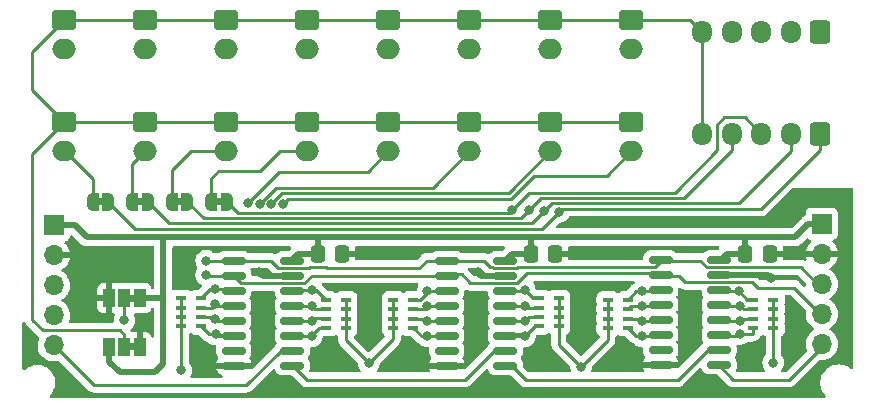
<source format=gbr>
%TF.GenerationSoftware,KiCad,Pcbnew,(6.0.10)*%
%TF.CreationDate,2023-02-13T19:28:03+09:00*%
%TF.ProjectId,joystick_74hc165_input_jst,6a6f7973-7469-4636-9b5f-373468633136,1*%
%TF.SameCoordinates,PX6f92990PY6f3bc80*%
%TF.FileFunction,Copper,L1,Top*%
%TF.FilePolarity,Positive*%
%FSLAX46Y46*%
G04 Gerber Fmt 4.6, Leading zero omitted, Abs format (unit mm)*
G04 Created by KiCad (PCBNEW (6.0.10)) date 2023-02-13 19:28:03*
%MOMM*%
%LPD*%
G01*
G04 APERTURE LIST*
G04 Aperture macros list*
%AMRoundRect*
0 Rectangle with rounded corners*
0 $1 Rounding radius*
0 $2 $3 $4 $5 $6 $7 $8 $9 X,Y pos of 4 corners*
0 Add a 4 corners polygon primitive as box body*
4,1,4,$2,$3,$4,$5,$6,$7,$8,$9,$2,$3,0*
0 Add four circle primitives for the rounded corners*
1,1,$1+$1,$2,$3*
1,1,$1+$1,$4,$5*
1,1,$1+$1,$6,$7*
1,1,$1+$1,$8,$9*
0 Add four rect primitives between the rounded corners*
20,1,$1+$1,$2,$3,$4,$5,0*
20,1,$1+$1,$4,$5,$6,$7,0*
20,1,$1+$1,$6,$7,$8,$9,0*
20,1,$1+$1,$8,$9,$2,$3,0*%
%AMFreePoly0*
4,1,22,0.500000,-0.750000,0.000000,-0.750000,0.000000,-0.745033,-0.079941,-0.743568,-0.215256,-0.701293,-0.333266,-0.622738,-0.424486,-0.514219,-0.481581,-0.384460,-0.499164,-0.250000,-0.500000,-0.250000,-0.500000,0.250000,-0.499164,0.250000,-0.499963,0.256109,-0.478152,0.396186,-0.417904,0.524511,-0.324060,0.630769,-0.204165,0.706417,-0.067858,0.745374,0.000000,0.744959,0.000000,0.750000,
0.500000,0.750000,0.500000,-0.750000,0.500000,-0.750000,$1*%
%AMFreePoly1*
4,1,20,0.000000,0.744959,0.073905,0.744508,0.209726,0.703889,0.328688,0.626782,0.421226,0.519385,0.479903,0.390333,0.500000,0.250000,0.500000,-0.250000,0.499851,-0.262216,0.476331,-0.402017,0.414519,-0.529596,0.319384,-0.634700,0.198574,-0.708877,0.061801,-0.746166,0.000000,-0.745033,0.000000,-0.750000,-0.500000,-0.750000,-0.500000,0.750000,0.000000,0.750000,0.000000,0.744959,
0.000000,0.744959,$1*%
G04 Aperture macros list end*
%TA.AperFunction,ComponentPad*%
%ADD10R,1.700000X1.700000*%
%TD*%
%TA.AperFunction,ComponentPad*%
%ADD11O,1.700000X1.700000*%
%TD*%
%TA.AperFunction,SMDPad,CuDef*%
%ADD12R,0.900000X0.400000*%
%TD*%
%TA.AperFunction,SMDPad,CuDef*%
%ADD13RoundRect,0.250000X-0.337500X-0.475000X0.337500X-0.475000X0.337500X0.475000X-0.337500X0.475000X0*%
%TD*%
%TA.AperFunction,SMDPad,CuDef*%
%ADD14RoundRect,0.150000X-0.825000X-0.150000X0.825000X-0.150000X0.825000X0.150000X-0.825000X0.150000X0*%
%TD*%
%TA.AperFunction,ComponentPad*%
%ADD15RoundRect,0.250000X-0.750000X0.600000X-0.750000X-0.600000X0.750000X-0.600000X0.750000X0.600000X0*%
%TD*%
%TA.AperFunction,ComponentPad*%
%ADD16O,2.000000X1.700000*%
%TD*%
%TA.AperFunction,ComponentPad*%
%ADD17RoundRect,0.250000X0.600000X0.725000X-0.600000X0.725000X-0.600000X-0.725000X0.600000X-0.725000X0*%
%TD*%
%TA.AperFunction,ComponentPad*%
%ADD18O,1.700000X1.950000*%
%TD*%
%TA.AperFunction,SMDPad,CuDef*%
%ADD19R,1.000000X1.500000*%
%TD*%
%TA.AperFunction,SMDPad,CuDef*%
%ADD20FreePoly0,0.000000*%
%TD*%
%TA.AperFunction,SMDPad,CuDef*%
%ADD21FreePoly1,0.000000*%
%TD*%
%TA.AperFunction,ViaPad*%
%ADD22C,0.800000*%
%TD*%
%TA.AperFunction,Conductor*%
%ADD23C,0.250000*%
%TD*%
%TA.AperFunction,Conductor*%
%ADD24C,0.500000*%
%TD*%
G04 APERTURE END LIST*
%TO.C,JP2*%
G36*
X10044000Y4526000D02*
G01*
X9544000Y4526000D01*
X9544000Y5126000D01*
X10044000Y5126000D01*
X10044000Y4526000D01*
G37*
%TO.C,JP1*%
G36*
X10044000Y8640800D02*
G01*
X9544000Y8640800D01*
X9544000Y9240800D01*
X10044000Y9240800D01*
X10044000Y8640800D01*
G37*
%TO.C,JP5*%
G36*
X14067600Y16819600D02*
G01*
X13567600Y16819600D01*
X13567600Y17419600D01*
X14067600Y17419600D01*
X14067600Y16819600D01*
G37*
%TO.C,JP6*%
G36*
X17420400Y16819600D02*
G01*
X16920400Y16819600D01*
X16920400Y17419600D01*
X17420400Y17419600D01*
X17420400Y16819600D01*
G37*
%TO.C,JP4*%
G36*
X10714800Y16819600D02*
G01*
X10214800Y16819600D01*
X10214800Y17419600D01*
X10714800Y17419600D01*
X10714800Y16819600D01*
G37*
%TO.C,JP3*%
G36*
X7362000Y16819600D02*
G01*
X6862000Y16819600D01*
X6862000Y17419600D01*
X7362000Y17419600D01*
X7362000Y16819600D01*
G37*
%TD*%
D10*
%TO.P,OUT1,1,Pin_1*%
%TO.N,VCC*%
X68199000Y15240000D03*
D11*
%TO.P,OUT1,2,Pin_2*%
%TO.N,GND*%
X68199000Y12700000D03*
%TO.P,OUT1,3,Pin_3*%
%TO.N,/LOAD*%
X68199000Y10160000D03*
%TO.P,OUT1,4,Pin_4*%
%TO.N,/CLK*%
X68199000Y7620000D03*
%TO.P,OUT1,5,Pin_5*%
%TO.N,/D_OUT*%
X68199000Y5080000D03*
%TD*%
D12*
%TO.P,RN2,1,R1.1*%
%TO.N,/PULL*%
X64096000Y6420000D03*
%TO.P,RN2,2,R2.1*%
X64096000Y7220000D03*
%TO.P,RN2,3,R3.1*%
X64096000Y8020000D03*
%TO.P,RN2,4,R4.1*%
X64096000Y8820000D03*
%TO.P,RN2,5,R4.2*%
%TO.N,/C_P1_START*%
X62396000Y8820000D03*
%TO.P,RN2,6,R3.2*%
%TO.N,/C_P1_SELECT*%
X62396000Y8020000D03*
%TO.P,RN2,7,R2.2*%
%TO.N,/C_P1_A*%
X62396000Y7220000D03*
%TO.P,RN2,8,R1.2*%
%TO.N,/C_P1_B*%
X62396000Y6420000D03*
%TD*%
%TO.P,RN1,1,R1.1*%
%TO.N,/PULL*%
X50077000Y8820000D03*
%TO.P,RN1,2,R2.1*%
X50077000Y8020000D03*
%TO.P,RN1,3,R3.1*%
X50077000Y7220000D03*
%TO.P,RN1,4,R4.1*%
X50077000Y6420000D03*
%TO.P,RN1,5,R4.2*%
%TO.N,/C_P1_UP*%
X51777000Y6420000D03*
%TO.P,RN1,6,R3.2*%
%TO.N,/C_P1_DOWN*%
X51777000Y7220000D03*
%TO.P,RN1,7,R2.2*%
%TO.N,/C_P1_LEFT*%
X51777000Y8020000D03*
%TO.P,RN1,8,R1.2*%
%TO.N,/C_P1_RIGHT*%
X51777000Y8820000D03*
%TD*%
%TO.P,RN4,1,R1.1*%
%TO.N,/PULL*%
X45935000Y6547000D03*
%TO.P,RN4,2,R2.1*%
X45935000Y7347000D03*
%TO.P,RN4,3,R3.1*%
X45935000Y8147000D03*
%TO.P,RN4,4,R4.1*%
X45935000Y8947000D03*
%TO.P,RN4,5,R4.2*%
%TO.N,/C_P2_UP*%
X44235000Y8947000D03*
%TO.P,RN4,6,R3.2*%
%TO.N,/C_P2_DOWN*%
X44235000Y8147000D03*
%TO.P,RN4,7,R2.2*%
%TO.N,/C_P2_LEFT*%
X44235000Y7347000D03*
%TO.P,RN4,8,R1.2*%
%TO.N,/C_P2_RIGHT*%
X44235000Y6547000D03*
%TD*%
%TO.P,RN5,1,R1.1*%
%TO.N,/PULL*%
X13945500Y8947000D03*
%TO.P,RN5,2,R2.1*%
X13945500Y8147000D03*
%TO.P,RN5,3,R3.1*%
X13945500Y7347000D03*
%TO.P,RN5,4,R4.1*%
X13945500Y6547000D03*
%TO.P,RN5,5,R4.2*%
%TO.N,/C_P2_START*%
X15645500Y6547000D03*
%TO.P,RN5,6,R3.2*%
%TO.N,/C_P2_SELECT*%
X15645500Y7347000D03*
%TO.P,RN5,7,R2.2*%
%TO.N,/C_P2_A*%
X15645500Y8147000D03*
%TO.P,RN5,8,R1.2*%
%TO.N,/C_P2_B*%
X15645500Y8947000D03*
%TD*%
%TO.P,RN6,1,R1.1*%
%TO.N,/PULL*%
X27901000Y6420000D03*
%TO.P,RN6,2,R2.1*%
X27901000Y7220000D03*
%TO.P,RN6,3,R3.1*%
X27901000Y8020000D03*
%TO.P,RN6,4,R4.1*%
X27901000Y8820000D03*
%TO.P,RN6,5,R4.2*%
%TO.N,/C_P2_X*%
X26201000Y8820000D03*
%TO.P,RN6,6,R3.2*%
%TO.N,/C_P2_Y*%
X26201000Y8020000D03*
%TO.P,RN6,7,R2.2*%
%TO.N,/C_P2_L*%
X26201000Y7220000D03*
%TO.P,RN6,8,R1.2*%
%TO.N,/C_P2_R*%
X26201000Y6420000D03*
%TD*%
%TO.P,RN3,1,R1.1*%
%TO.N,/PULL*%
X31916000Y8820000D03*
%TO.P,RN3,2,R2.1*%
X31916000Y8020000D03*
%TO.P,RN3,3,R3.1*%
X31916000Y7220000D03*
%TO.P,RN3,4,R4.1*%
X31916000Y6420000D03*
%TO.P,RN3,5,R4.2*%
%TO.N,/C_P1_X*%
X33616000Y6420000D03*
%TO.P,RN3,6,R3.2*%
%TO.N,/C_P1_Y*%
X33616000Y7220000D03*
%TO.P,RN3,7,R2.2*%
%TO.N,/C_P1_L*%
X33616000Y8020000D03*
%TO.P,RN3,8,R1.2*%
%TO.N,/C_P1_R*%
X33616000Y8820000D03*
%TD*%
D13*
%TO.P,C1,1*%
%TO.N,VCC*%
X61700500Y12700000D03*
%TO.P,C1,2*%
%TO.N,GND*%
X63775500Y12700000D03*
%TD*%
D14*
%TO.P,74HC165_1,1,~{PL}*%
%TO.N,/LOAD*%
X54548000Y12192000D03*
%TO.P,74HC165_1,2,CP*%
%TO.N,/CLK*%
X54548000Y10922000D03*
%TO.P,74HC165_1,3,D4*%
%TO.N,/C_P1_RIGHT*%
X54548000Y9652000D03*
%TO.P,74HC165_1,4,D5*%
%TO.N,/C_P1_LEFT*%
X54548000Y8382000D03*
%TO.P,74HC165_1,5,D6*%
%TO.N,/C_P1_DOWN*%
X54548000Y7112000D03*
%TO.P,74HC165_1,6,D7*%
%TO.N,/C_P1_UP*%
X54548000Y5842000D03*
%TO.P,74HC165_1,7,~{Q7}*%
%TO.N,unconnected-(74HC165_1-Pad7)*%
X54548000Y4572000D03*
%TO.P,74HC165_1,8,GND*%
%TO.N,GND*%
X54548000Y3302000D03*
%TO.P,74HC165_1,9,Q7*%
%TO.N,/D_OUT*%
X59498000Y3302000D03*
%TO.P,74HC165_1,10,DS*%
%TO.N,/D_OUT_2*%
X59498000Y4572000D03*
%TO.P,74HC165_1,11,D0*%
%TO.N,/C_P1_B*%
X59498000Y5842000D03*
%TO.P,74HC165_1,12,D1*%
%TO.N,/C_P1_A*%
X59498000Y7112000D03*
%TO.P,74HC165_1,13,D2*%
%TO.N,/C_P1_SELECT*%
X59498000Y8382000D03*
%TO.P,74HC165_1,14,D3*%
%TO.N,/C_P1_START*%
X59498000Y9652000D03*
%TO.P,74HC165_1,15,~{CE}*%
%TO.N,GND*%
X59498000Y10922000D03*
%TO.P,74HC165_1,16,VCC*%
%TO.N,VCC*%
X59498000Y12192000D03*
%TD*%
%TO.P,74HC165_2,1,~{PL}*%
%TO.N,/LOAD*%
X36450500Y12128500D03*
%TO.P,74HC165_2,2,CP*%
%TO.N,/CLK*%
X36450500Y10858500D03*
%TO.P,74HC165_2,3,D4*%
%TO.N,/C_P1_R*%
X36450500Y9588500D03*
%TO.P,74HC165_2,4,D5*%
%TO.N,/C_P1_L*%
X36450500Y8318500D03*
%TO.P,74HC165_2,5,D6*%
%TO.N,/C_P1_Y*%
X36450500Y7048500D03*
%TO.P,74HC165_2,6,D7*%
%TO.N,/C_P1_X*%
X36450500Y5778500D03*
%TO.P,74HC165_2,7,~{Q7}*%
%TO.N,unconnected-(74HC165_2-Pad7)*%
X36450500Y4508500D03*
%TO.P,74HC165_2,8,GND*%
%TO.N,GND*%
X36450500Y3238500D03*
%TO.P,74HC165_2,9,Q7*%
%TO.N,/D_OUT_2*%
X41400500Y3238500D03*
%TO.P,74HC165_2,10,DS*%
%TO.N,/D_OUT_3*%
X41400500Y4508500D03*
%TO.P,74HC165_2,11,D0*%
%TO.N,/C_P2_RIGHT*%
X41400500Y5778500D03*
%TO.P,74HC165_2,12,D1*%
%TO.N,/C_P2_LEFT*%
X41400500Y7048500D03*
%TO.P,74HC165_2,13,D2*%
%TO.N,/C_P2_DOWN*%
X41400500Y8318500D03*
%TO.P,74HC165_2,14,D3*%
%TO.N,/C_P2_UP*%
X41400500Y9588500D03*
%TO.P,74HC165_2,15,~{CE}*%
%TO.N,GND*%
X41400500Y10858500D03*
%TO.P,74HC165_2,16,VCC*%
%TO.N,VCC*%
X41400500Y12128500D03*
%TD*%
%TO.P,74HC165_3,1,~{PL}*%
%TO.N,/LOAD*%
X18416500Y12128500D03*
%TO.P,74HC165_3,2,CP*%
%TO.N,/CLK*%
X18416500Y10858500D03*
%TO.P,74HC165_3,3,D4*%
%TO.N,/C_P2_B*%
X18416500Y9588500D03*
%TO.P,74HC165_3,4,D5*%
%TO.N,/C_P2_A*%
X18416500Y8318500D03*
%TO.P,74HC165_3,5,D6*%
%TO.N,/C_P2_SELECT*%
X18416500Y7048500D03*
%TO.P,74HC165_3,6,D7*%
%TO.N,/C_P2_START*%
X18416500Y5778500D03*
%TO.P,74HC165_3,7,~{Q7}*%
%TO.N,unconnected-(74HC165_3-Pad7)*%
X18416500Y4508500D03*
%TO.P,74HC165_3,8,GND*%
%TO.N,GND*%
X18416500Y3238500D03*
%TO.P,74HC165_3,9,Q7*%
%TO.N,/D_OUT_3*%
X23366500Y3238500D03*
%TO.P,74HC165_3,10,DS*%
%TO.N,/D_IN*%
X23366500Y4508500D03*
%TO.P,74HC165_3,11,D0*%
%TO.N,/C_P2_R*%
X23366500Y5778500D03*
%TO.P,74HC165_3,12,D1*%
%TO.N,/C_P2_L*%
X23366500Y7048500D03*
%TO.P,74HC165_3,13,D2*%
%TO.N,/C_P2_Y*%
X23366500Y8318500D03*
%TO.P,74HC165_3,14,D3*%
%TO.N,/C_P2_X*%
X23366500Y9588500D03*
%TO.P,74HC165_3,15,~{CE}*%
%TO.N,GND*%
X23366500Y10858500D03*
%TO.P,74HC165_3,16,VCC*%
%TO.N,VCC*%
X23366500Y12128500D03*
%TD*%
D13*
%TO.P,C2,1*%
%TO.N,VCC*%
X43539500Y12700000D03*
%TO.P,C2,2*%
%TO.N,GND*%
X45614500Y12700000D03*
%TD*%
%TO.P,C3,1*%
%TO.N,VCC*%
X25505500Y12700000D03*
%TO.P,C3,2*%
%TO.N,GND*%
X27580500Y12700000D03*
%TD*%
D15*
%TO.P,J22,1,Pin_1*%
%TO.N,/C_SHORT*%
X52070000Y23876000D03*
D16*
%TO.P,J22,2,Pin_2*%
%TO.N,/C_P2_START*%
X52070000Y21376000D03*
%TD*%
D15*
%TO.P,J23,1,Pin_1*%
%TO.N,/C_SHORT*%
X45212000Y23876000D03*
D16*
%TO.P,J23,2,Pin_2*%
%TO.N,/C_P2_SELECT*%
X45212000Y21376000D03*
%TD*%
D15*
%TO.P,J24,1,Pin_1*%
%TO.N,/C_SHORT*%
X38354000Y23876000D03*
D16*
%TO.P,J24,2,Pin_2*%
%TO.N,/C_P2_A*%
X38354000Y21376000D03*
%TD*%
D15*
%TO.P,J25,1,Pin_1*%
%TO.N,/C_SHORT*%
X31496000Y23876000D03*
D16*
%TO.P,J25,2,Pin_2*%
%TO.N,/C_P2_B*%
X31496000Y21376000D03*
%TD*%
D15*
%TO.P,J26,1,Pin_1*%
%TO.N,/C_SHORT*%
X24638000Y23876000D03*
D16*
%TO.P,J26,2,Pin_2*%
%TO.N,/C_P2_X*%
X24638000Y21376000D03*
%TD*%
D15*
%TO.P,J27,1,Pin_1*%
%TO.N,/C_SHORT*%
X17780000Y23876000D03*
D16*
%TO.P,J27,2,Pin_2*%
%TO.N,/C_P2_Y*%
X17780000Y21376000D03*
%TD*%
D15*
%TO.P,J28,1,Pin_1*%
%TO.N,/C_SHORT*%
X10922000Y23876000D03*
D16*
%TO.P,J28,2,Pin_2*%
%TO.N,/C_P2_L*%
X10922000Y21376000D03*
%TD*%
D15*
%TO.P,J29,1,Pin_1*%
%TO.N,/C_SHORT*%
X4064000Y23876000D03*
D16*
%TO.P,J29,2,Pin_2*%
%TO.N,/C_P2_R*%
X4064000Y21376000D03*
%TD*%
D15*
%TO.P,J16,1,Pin_1*%
%TO.N,/C_SHORT*%
X24638000Y32512000D03*
D16*
%TO.P,J16,2,Pin_2*%
%TO.N,/C_P1_X*%
X24638000Y30012000D03*
%TD*%
D15*
%TO.P,J15,1,Pin_1*%
%TO.N,/C_SHORT*%
X31496000Y32512000D03*
D16*
%TO.P,J15,2,Pin_2*%
%TO.N,/C_P1_B*%
X31496000Y30012000D03*
%TD*%
D15*
%TO.P,J14,1,Pin_1*%
%TO.N,/C_SHORT*%
X38354000Y32512000D03*
D16*
%TO.P,J14,2,Pin_2*%
%TO.N,/C_P1_A*%
X38354000Y30012000D03*
%TD*%
D15*
%TO.P,J18,1,Pin_1*%
%TO.N,/C_SHORT*%
X10922000Y32512000D03*
D16*
%TO.P,J18,2,Pin_2*%
%TO.N,/C_P1_L*%
X10922000Y30012000D03*
%TD*%
D15*
%TO.P,J19,1,Pin_1*%
%TO.N,/C_SHORT*%
X4064000Y32512000D03*
D16*
%TO.P,J19,2,Pin_2*%
%TO.N,/C_P1_R*%
X4064000Y30012000D03*
%TD*%
D15*
%TO.P,J17,1,Pin_1*%
%TO.N,/C_SHORT*%
X17780000Y32512000D03*
D16*
%TO.P,J17,2,Pin_2*%
%TO.N,/C_P1_Y*%
X17780000Y30012000D03*
%TD*%
D15*
%TO.P,J13,1,Pin_1*%
%TO.N,/C_SHORT*%
X45212000Y32512000D03*
D16*
%TO.P,J13,2,Pin_2*%
%TO.N,/C_P1_SELECT*%
X45212000Y30012000D03*
%TD*%
D17*
%TO.P,J11,1,Pin_1*%
%TO.N,/C_P1_UP*%
X68072000Y31496000D03*
D18*
%TO.P,J11,2,Pin_2*%
%TO.N,/C_P1_DOWN*%
X65572000Y31496000D03*
%TO.P,J11,3,Pin_3*%
%TO.N,/C_P1_RIGHT*%
X63072000Y31496000D03*
%TO.P,J11,4,Pin_4*%
%TO.N,/C_P1_LEFT*%
X60572000Y31496000D03*
%TO.P,J11,5,Pin_5*%
%TO.N,/C_SHORT*%
X58072000Y31496000D03*
%TD*%
D15*
%TO.P,J12,1,Pin_1*%
%TO.N,/C_SHORT*%
X52070000Y32512000D03*
D16*
%TO.P,J12,2,Pin_2*%
%TO.N,/C_P1_START*%
X52070000Y30012000D03*
%TD*%
D17*
%TO.P,J21,1,Pin_1*%
%TO.N,/C_P2_UP*%
X68072000Y22860000D03*
D18*
%TO.P,J21,2,Pin_2*%
%TO.N,/C_P2_DOWN*%
X65572000Y22860000D03*
%TO.P,J21,3,Pin_3*%
%TO.N,/C_P2_RIGHT*%
X63072000Y22860000D03*
%TO.P,J21,4,Pin_4*%
%TO.N,/C_P2_LEFT*%
X60572000Y22860000D03*
%TO.P,J21,5,Pin_5*%
%TO.N,/C_SHORT*%
X58072000Y22860000D03*
%TD*%
D10*
%TO.P,IN1,1,Pin_1*%
%TO.N,VCC*%
X3175000Y15113000D03*
D11*
%TO.P,IN1,2,Pin_2*%
%TO.N,GND*%
X3175000Y12573000D03*
%TO.P,IN1,3,Pin_3*%
%TO.N,/LOAD*%
X3175000Y10033000D03*
%TO.P,IN1,4,Pin_4*%
%TO.N,/CLK*%
X3175000Y7493000D03*
%TO.P,IN1,5,Pin_5*%
%TO.N,/D_IN*%
X3175000Y4953000D03*
%TD*%
D19*
%TO.P,JP2,1,A*%
%TO.N,GND*%
X10444000Y4826000D03*
%TO.P,JP2,2,C*%
%TO.N,/C_SHORT*%
X9144000Y4826000D03*
%TO.P,JP2,3,B*%
%TO.N,VCC*%
X7844000Y4826000D03*
%TD*%
%TO.P,JP1,1,A*%
%TO.N,VCC*%
X10444000Y8940800D03*
%TO.P,JP1,2,C*%
%TO.N,/PULL*%
X9144000Y8940800D03*
%TO.P,JP1,3,B*%
%TO.N,GND*%
X7844000Y8940800D03*
%TD*%
D20*
%TO.P,JP5,1,A*%
%TO.N,/C_P2_Y*%
X13167600Y17119600D03*
D21*
%TO.P,JP5,2,B*%
%TO.N,/C_P2_LEFT*%
X14467600Y17119600D03*
%TD*%
D20*
%TO.P,JP6,1,A*%
%TO.N,/C_P2_X*%
X16520400Y17119600D03*
D21*
%TO.P,JP6,2,B*%
%TO.N,/C_P2_RIGHT*%
X17820400Y17119600D03*
%TD*%
D20*
%TO.P,JP4,1,A*%
%TO.N,/C_P2_L*%
X9814800Y17119600D03*
D21*
%TO.P,JP4,2,B*%
%TO.N,/C_P2_DOWN*%
X11114800Y17119600D03*
%TD*%
D20*
%TO.P,JP3,1,A*%
%TO.N,/C_P2_R*%
X6462000Y17119600D03*
D21*
%TO.P,JP3,2,B*%
%TO.N,/C_P2_UP*%
X7762000Y17119600D03*
%TD*%
D22*
%TO.N,/PULL*%
X9144000Y7061200D03*
X64071494Y3492509D03*
X13945506Y2833006D03*
X29845001Y3429001D03*
X47815492Y3111510D03*
%TO.N,GND*%
X62928500Y15494000D03*
X44640500Y3492500D03*
X33782000Y12700000D03*
X14986000Y12954000D03*
X50800000Y12700000D03*
X57086500Y7747000D03*
X39052500Y11176000D03*
X38925500Y7429500D03*
X29845000Y7366000D03*
X55054500Y15367000D03*
X51943000Y12700000D03*
X52387500Y15430500D03*
X26924000Y3683000D03*
X15494000Y4191000D03*
X33083500Y3619500D03*
X63881000Y10668000D03*
X65278000Y4572000D03*
X10820400Y6908800D03*
X13970000Y12954000D03*
X30924500Y12700000D03*
X5943600Y7620000D03*
X48006000Y5651500D03*
X53721000Y15430500D03*
X20891500Y6477000D03*
X32448500Y12700000D03*
X20537010Y11176000D03*
X64389000Y15494000D03*
X62992000Y4572000D03*
%TO.N,/LOAD*%
X16065500Y12128500D03*
%TO.N,/CLK*%
X16065500Y10922000D03*
%TO.N,/C_P1_START*%
X61213980Y9508490D03*
%TO.N,/C_P1_SELECT*%
X61277500Y8318500D03*
%TO.N,/C_P1_A*%
X61277503Y7048487D03*
%TO.N,/C_P1_B*%
X61277500Y5905500D03*
%TO.N,/C_P1_UP*%
X52959000Y5715000D03*
%TO.N,/C_P1_DOWN*%
X52959000Y7048500D03*
%TO.N,/C_P1_LEFT*%
X52959000Y8255000D03*
%TO.N,/C_P1_RIGHT*%
X52959000Y9525000D03*
%TO.N,/C_P1_X*%
X34798000Y5715000D03*
%TO.N,/C_P1_Y*%
X34734506Y7048500D03*
%TO.N,/C_P1_L*%
X34802660Y8255000D03*
%TO.N,/C_P1_R*%
X34802660Y9548299D03*
%TO.N,/C_P2_START*%
X16865600Y5867400D03*
X22606000Y16897044D03*
%TO.N,/C_P2_SELECT*%
X21592280Y16908644D03*
X16827500Y7175500D03*
%TO.N,/C_P2_A*%
X20592458Y16934141D03*
X16827500Y8445500D03*
%TO.N,/C_P2_B*%
X19592898Y16964190D03*
X16789400Y9677400D03*
%TO.N,/C_P2_UP*%
X45974000Y16256000D03*
X43053000Y9652000D03*
%TO.N,/C_P2_DOWN*%
X44704000Y16319500D03*
X43053000Y8255000D03*
%TO.N,/C_P2_LEFT*%
X43370500Y16383000D03*
X43053000Y6985000D03*
%TO.N,/C_P2_RIGHT*%
X41973500Y16447033D03*
X43053000Y5715000D03*
%TO.N,/C_P2_X*%
X25018998Y9652000D03*
%TO.N,/C_P2_Y*%
X25019000Y8255000D03*
%TO.N,/C_P2_L*%
X25019000Y6985000D03*
%TO.N,/C_P2_R*%
X25019000Y5715000D03*
%TD*%
D23*
%TO.N,/PULL*%
X9144000Y7061200D02*
X9144000Y8890000D01*
X31916000Y6420000D02*
X31916000Y5500000D01*
X45935000Y8947000D02*
X45935000Y4992002D01*
X31916000Y6420000D02*
X31916000Y8820000D01*
X27901000Y5373002D02*
X29845001Y3429001D01*
X50077000Y5373018D02*
X47815492Y3111510D01*
X64096000Y8820000D02*
X64096000Y3517015D01*
X13945500Y8947000D02*
X13945500Y2833012D01*
X31916000Y5500000D02*
X29845001Y3429001D01*
X27901000Y8820000D02*
X27901000Y5373002D01*
X64096000Y3517015D02*
X64071494Y3492509D01*
X13945500Y2833012D02*
X13945506Y2833006D01*
X45935000Y4992002D02*
X47815492Y3111510D01*
X50077000Y6420000D02*
X50077000Y8820000D01*
X50077000Y6420000D02*
X50077000Y5373018D01*
D24*
%TO.N,VCC*%
X7844000Y3576000D02*
X8753000Y2667000D01*
X12446000Y3365500D02*
X12446000Y8890000D01*
X61722000Y14097000D02*
X65913000Y14097000D01*
X25505500Y12700000D02*
X25505500Y14055000D01*
X23366500Y12190500D02*
X23876000Y12700000D01*
X12331700Y8940800D02*
X12382500Y8890000D01*
X61700500Y13948500D02*
X61722000Y13970000D01*
X23876000Y12700000D02*
X25505500Y12700000D01*
X61700500Y12700000D02*
X60133000Y12700000D01*
X11747500Y2667000D02*
X12446000Y3365500D01*
X60133000Y12700000D02*
X59561500Y12128500D01*
X41972000Y12700000D02*
X43539500Y12700000D01*
X59485300Y12128500D02*
X59561500Y12128500D01*
X61722000Y13970000D02*
X61722000Y14097000D01*
X3175000Y15113000D02*
X4953000Y15113000D01*
X8753000Y2667000D02*
X11747500Y2667000D01*
X7844000Y4826000D02*
X7844000Y3576000D01*
X67056000Y15240000D02*
X68199000Y15240000D01*
X65913000Y14097000D02*
X67056000Y15240000D01*
X25505500Y14055000D02*
X25463500Y14097000D01*
X43539500Y14075500D02*
X43539500Y12700000D01*
X43561000Y14097000D02*
X43539500Y14075500D01*
X12446000Y8953500D02*
X12446000Y14097000D01*
X12382500Y8890000D02*
X12446000Y8953500D01*
X41400500Y12128500D02*
X41972000Y12700000D01*
X4953000Y15113000D02*
X5969000Y14097000D01*
X5969000Y14097000D02*
X65913000Y14097000D01*
X10444000Y8940800D02*
X12331700Y8940800D01*
X23366500Y12128500D02*
X23366500Y12190500D01*
X61700500Y12700000D02*
X61700500Y13948500D01*
X12446000Y8890000D02*
X12382500Y8890000D01*
%TO.N,GND*%
X63627000Y10922000D02*
X63881000Y10668000D01*
X20854510Y10858500D02*
X20537010Y11176000D01*
X41400500Y10858500D02*
X39370000Y10858500D01*
X59498000Y10922000D02*
X63627000Y10922000D01*
X23366500Y10858500D02*
X20854510Y10858500D01*
X39370000Y10858500D02*
X39052500Y11176000D01*
D23*
%TO.N,/D_IN*%
X3175000Y4953000D02*
X6540500Y1587500D01*
X22391500Y4508500D02*
X23366500Y4508500D01*
X6540500Y1587500D02*
X19470500Y1587500D01*
X19470500Y1587500D02*
X22391500Y4508500D01*
%TO.N,/D_OUT*%
X65405000Y2032000D02*
X68199000Y4826000D01*
X60691800Y2032000D02*
X65405000Y2032000D01*
X68199000Y4826000D02*
X68199000Y5080000D01*
X59294800Y3429000D02*
X60691800Y2032000D01*
%TO.N,/LOAD*%
X54040000Y11557000D02*
X54611500Y12128500D01*
X24780075Y11503490D02*
X24865598Y11589013D01*
X40378742Y11503490D02*
X42422258Y11503490D01*
X35369500Y12128500D02*
X36450500Y12128500D01*
X67818000Y10160000D02*
X68199000Y10160000D01*
X57914732Y12128500D02*
X58489742Y11553490D01*
X40132000Y11557000D02*
X40325232Y11557000D01*
X42422258Y11503490D02*
X42475768Y11557000D01*
X26273925Y11503490D02*
X34109490Y11503490D01*
X22151510Y11503490D02*
X24780075Y11503490D01*
X18416500Y12128500D02*
X21526500Y12128500D01*
X21526500Y12128500D02*
X22151510Y11503490D01*
X34734500Y12128500D02*
X35369500Y12128500D01*
X34109490Y11503490D02*
X34734500Y12128500D01*
X66424510Y11553490D02*
X67818000Y10160000D01*
X58489742Y11553490D02*
X66424510Y11553490D01*
X18416500Y12128500D02*
X16065500Y12128500D01*
X40325232Y11557000D02*
X40378742Y11503490D01*
X26188402Y11589013D02*
X26273925Y11503490D01*
X36450500Y12128500D02*
X39560500Y12128500D01*
X24865598Y11589013D02*
X26188402Y11589013D01*
X54611500Y12128500D02*
X57914732Y12128500D01*
X39560500Y12128500D02*
X40132000Y11557000D01*
X42475768Y11557000D02*
X54040000Y11557000D01*
%TO.N,/CLK*%
X16129000Y10858500D02*
X16065500Y10922000D01*
X37693600Y10947400D02*
X38427490Y10213510D01*
X62318508Y10296990D02*
X62772998Y9842500D01*
X18416500Y10858500D02*
X16129000Y10858500D01*
X36361600Y10947400D02*
X37693600Y10947400D01*
X62772998Y9842500D02*
X65849500Y9842500D01*
X56632010Y10296990D02*
X62318508Y10296990D01*
X24368278Y10213510D02*
X19061490Y10213510D01*
X54416521Y11053479D02*
X54611500Y10858500D01*
X36450500Y10858500D02*
X25013268Y10858500D01*
X65849500Y9842500D02*
X68072000Y7620000D01*
X56070500Y10858500D02*
X56632010Y10296990D01*
X25013268Y10858500D02*
X24368278Y10213510D01*
X19061490Y10213510D02*
X18416500Y10858500D01*
X68072000Y7620000D02*
X68199000Y7620000D01*
X54611500Y10858500D02*
X56070500Y10858500D01*
X43262227Y11053479D02*
X54416521Y11053479D01*
X38427490Y10213510D02*
X42422258Y10213510D01*
X42422258Y10213510D02*
X43262227Y11053479D01*
%TO.N,/C_P1_START*%
X61133990Y9588500D02*
X61214000Y9508490D01*
X61214000Y9508490D02*
X61213980Y9508490D01*
X61214000Y9508490D02*
X61902490Y8820000D01*
X61902490Y8820000D02*
X62396000Y8820000D01*
X59561500Y9588500D02*
X61133990Y9588500D01*
%TO.N,/C_P1_SELECT*%
X59561500Y8318500D02*
X61096314Y8318500D01*
X61576000Y8020000D02*
X61277500Y8318500D01*
X62396000Y8020000D02*
X61576000Y8020000D01*
X61096314Y8318500D02*
X61277500Y8318500D01*
%TO.N,/C_P1_A*%
X62396000Y7220000D02*
X61449016Y7220000D01*
X61277490Y7048500D02*
X61277503Y7048487D01*
X59561500Y7048500D02*
X61277490Y7048500D01*
X61449016Y7220000D02*
X61277503Y7048487D01*
%TO.N,/C_P1_B*%
X61150500Y5778500D02*
X61277500Y5905500D01*
X59561500Y5778500D02*
X61150500Y5778500D01*
X62396000Y5970000D02*
X62331500Y5905500D01*
X62396000Y6420000D02*
X62396000Y5970000D01*
X62331500Y5905500D02*
X61277500Y5905500D01*
%TO.N,/C_P1_UP*%
X52959000Y5715000D02*
X52482000Y5715000D01*
X52482000Y5715000D02*
X51777000Y6420000D01*
X53530496Y5778500D02*
X54611500Y5778500D01*
X52959000Y5715000D02*
X53466996Y5715000D01*
X53466996Y5715000D02*
X53530496Y5778500D01*
%TO.N,/C_P1_DOWN*%
X54611500Y7048500D02*
X52959000Y7048500D01*
X52787500Y7220000D02*
X52959000Y7048500D01*
X51777000Y7220000D02*
X52787500Y7220000D01*
%TO.N,/C_P1_LEFT*%
X53276500Y8318500D02*
X54611500Y8318500D01*
X52959000Y8255000D02*
X52012000Y8255000D01*
X53213000Y8255000D02*
X53276500Y8318500D01*
X52012000Y8255000D02*
X51777000Y8020000D01*
X52959000Y8255000D02*
X53213000Y8255000D01*
%TO.N,/C_P1_RIGHT*%
X52482000Y9525000D02*
X51777000Y8820000D01*
X52968320Y9525000D02*
X53031820Y9588500D01*
X52959000Y9525000D02*
X52482000Y9525000D01*
X53031820Y9588500D02*
X54611500Y9588500D01*
X52959000Y9525000D02*
X52968320Y9525000D01*
%TO.N,/C_P1_X*%
X34861500Y5778500D02*
X34798000Y5715000D01*
X34798000Y5715000D02*
X34321000Y5715000D01*
X34321000Y5715000D02*
X33616000Y6420000D01*
X36450500Y5778500D02*
X34861500Y5778500D01*
%TO.N,/C_P1_Y*%
X34563006Y7220000D02*
X34734506Y7048500D01*
X33616000Y7220000D02*
X34563006Y7220000D01*
X36450500Y7048500D02*
X34734506Y7048500D01*
%TO.N,/C_P1_L*%
X33616000Y8020000D02*
X34567660Y8020000D01*
X36387000Y8255000D02*
X36450500Y8318500D01*
X34567660Y8020000D02*
X34802660Y8255000D01*
X34802660Y8255000D02*
X36387000Y8255000D01*
%TO.N,/C_P1_R*%
X34842861Y9588500D02*
X36450500Y9588500D01*
X34220000Y8820000D02*
X34802660Y9402660D01*
X34802660Y9548299D02*
X34842861Y9588500D01*
X34802660Y9402660D02*
X34802660Y9548299D01*
X33616000Y8820000D02*
X34220000Y8820000D01*
%TO.N,/C_P2_START*%
X49998000Y19304000D02*
X43858486Y19304000D01*
X52070000Y21376000D02*
X49998000Y19304000D01*
X15645500Y6547000D02*
X16325100Y5867400D01*
X16865600Y5867400D02*
X16954500Y5778500D01*
X43858486Y19304000D02*
X41851529Y17297043D01*
X16954500Y5778500D02*
X18416500Y5778500D01*
X18607000Y5842000D02*
X16891000Y5842000D01*
X41851529Y17297043D02*
X23005999Y17297043D01*
X16891000Y5842000D02*
X16865600Y5867400D01*
X16325100Y5867400D02*
X16865600Y5867400D01*
X23005999Y17297043D02*
X22606000Y16897044D01*
%TO.N,/C_P2_SELECT*%
X16954500Y7048500D02*
X16827500Y7175500D01*
X22527136Y17843500D02*
X21592280Y16908644D01*
X45212000Y21376000D02*
X41679500Y17843500D01*
X16656000Y7347000D02*
X16827500Y7175500D01*
X15645500Y7347000D02*
X16656000Y7347000D01*
X18416500Y7048500D02*
X16954500Y7048500D01*
X41679500Y17843500D02*
X22527136Y17843500D01*
%TO.N,/C_P2_A*%
X18416500Y8318500D02*
X16954500Y8318500D01*
X16529000Y8147000D02*
X16827500Y8445500D01*
X15645500Y8147000D02*
X16529000Y8147000D01*
X21951828Y18293511D02*
X20592458Y16934141D01*
X16954500Y8318500D02*
X16827500Y8445500D01*
X35271511Y18293511D02*
X21951828Y18293511D01*
X38354000Y21376000D02*
X35271511Y18293511D01*
%TO.N,/C_P2_B*%
X18327600Y9677400D02*
X18416500Y9588500D01*
X29741500Y19621500D02*
X22250208Y19621500D01*
X15645500Y8947000D02*
X16375900Y9677400D01*
X31496000Y21376000D02*
X29741500Y19621500D01*
X16375900Y9677400D02*
X16789400Y9677400D01*
X22250208Y19621500D02*
X19592898Y16964190D01*
X16789400Y9677400D02*
X18327600Y9677400D01*
%TO.N,/C_P2_UP*%
X41400500Y9588500D02*
X42989500Y9588500D01*
X43758000Y8947000D02*
X43053000Y9652000D01*
X46228000Y16510000D02*
X45974000Y16256000D01*
X10033049Y14822001D02*
X44540001Y14822001D01*
X63078000Y16510000D02*
X46228000Y16510000D01*
X44540001Y14822001D02*
X45974000Y16256000D01*
X68072000Y21504000D02*
X63078000Y16510000D01*
X44235000Y8947000D02*
X43758000Y8947000D01*
X7762000Y17093050D02*
X10033049Y14822001D01*
X68072000Y22860000D02*
X68072000Y21504000D01*
X42989500Y9588500D02*
X43053000Y9652000D01*
X7762000Y17119600D02*
X7762000Y17093050D01*
%TO.N,/C_P2_DOWN*%
X44216000Y8128000D02*
X44235000Y8147000D01*
X65572000Y21376000D02*
X61177001Y16981001D01*
X43053000Y8255000D02*
X41845000Y8255000D01*
X11114800Y17119600D02*
X12962388Y15272012D01*
X43656512Y15272012D02*
X44704000Y16319500D01*
X65572000Y22860000D02*
X65572000Y21376000D01*
X45365501Y16981001D02*
X44704000Y16319500D01*
X43053000Y8255000D02*
X43180000Y8128000D01*
X41845000Y8255000D02*
X41692600Y8407400D01*
X61177001Y16981001D02*
X45365501Y16981001D01*
X43180000Y8128000D02*
X44216000Y8128000D01*
X12962388Y15272012D02*
X43656512Y15272012D01*
%TO.N,/C_P2_LEFT*%
X15865177Y15722023D02*
X42709523Y15722023D01*
X60572000Y22860000D02*
X60572000Y21456000D01*
X56547012Y17431012D02*
X44418512Y17431012D01*
X43053000Y6985000D02*
X41464000Y6985000D01*
X43415000Y7347000D02*
X44235000Y7347000D01*
X43053000Y6985000D02*
X43415000Y7347000D01*
X42709523Y15722023D02*
X43370500Y16383000D01*
X41464000Y6985000D02*
X41400500Y7048500D01*
X14467600Y17119600D02*
X15865177Y15722023D01*
X44418512Y17431012D02*
X43370500Y16383000D01*
X60572000Y21456000D02*
X56547012Y17431012D01*
%TO.N,/C_P2_RIGHT*%
X59309000Y21463000D02*
X55727023Y17881023D01*
X44235000Y6547000D02*
X43885000Y6547000D01*
X41698501Y16172034D02*
X41973500Y16447033D01*
X43885000Y6547000D02*
X43053000Y5715000D01*
X17820400Y17119600D02*
X18767966Y16172034D01*
X43053000Y5715000D02*
X42900600Y5867400D01*
X42900600Y5867400D02*
X41692600Y5867400D01*
X43407490Y17881023D02*
X41973500Y16447033D01*
X41400500Y5778500D02*
X42989500Y5778500D01*
X42989500Y5778500D02*
X43053000Y5715000D01*
X59944000Y24257000D02*
X59309000Y23622000D01*
X59309000Y23622000D02*
X59309000Y21463000D01*
X55727023Y17881023D02*
X43407490Y17881023D01*
X18767966Y16172034D02*
X41698501Y16172034D01*
X63072000Y22860000D02*
X61675000Y24257000D01*
X61675000Y24257000D02*
X59944000Y24257000D01*
%TO.N,/C_P2_X*%
X22328500Y21376000D02*
X24638000Y21376000D01*
X25369000Y9652000D02*
X25018998Y9652000D01*
X16520400Y19075400D02*
X17130000Y19685000D01*
X23557000Y9652000D02*
X25018998Y9652000D01*
X26201000Y8820000D02*
X25369000Y9652000D01*
X20637500Y19685000D02*
X22328500Y21376000D01*
X17130000Y19685000D02*
X20637500Y19685000D01*
X16520400Y17119600D02*
X16520400Y19075400D01*
%TO.N,/C_P2_Y*%
X13167600Y17119600D02*
X13167600Y19779100D01*
X24955500Y8318500D02*
X25019000Y8255000D01*
X26182000Y8001000D02*
X26201000Y8020000D01*
X25019000Y8255000D02*
X25273000Y8001000D01*
X14764500Y21376000D02*
X17780000Y21376000D01*
X23366500Y8318500D02*
X24955500Y8318500D01*
X13167600Y19779100D02*
X14764500Y21376000D01*
X25273000Y8001000D02*
X26182000Y8001000D01*
%TO.N,/C_P2_L*%
X9804400Y20281900D02*
X10898500Y21376000D01*
X9804400Y17130000D02*
X9804400Y20281900D01*
X23366500Y7048500D02*
X24955500Y7048500D01*
X26182000Y7239000D02*
X26201000Y7220000D01*
X24955500Y7048500D02*
X25019000Y6985000D01*
X25019000Y6985000D02*
X25273000Y7239000D01*
X25273000Y7239000D02*
X26182000Y7239000D01*
X9814800Y17119600D02*
X9804400Y17130000D01*
X10898500Y21376000D02*
X10922000Y21376000D01*
%TO.N,/C_P2_R*%
X4087500Y21376000D02*
X4064000Y21376000D01*
X25019000Y5715000D02*
X25019000Y5842000D01*
X25019000Y5842000D02*
X25597000Y6420000D01*
X25597000Y6420000D02*
X26201000Y6420000D01*
X6462000Y19001500D02*
X4087500Y21376000D01*
X23366500Y5778500D02*
X24955500Y5778500D01*
X6462000Y17119600D02*
X6462000Y19001500D01*
X24955500Y5778500D02*
X25019000Y5715000D01*
%TO.N,/C_SHORT*%
X45212000Y23876000D02*
X52070000Y23876000D01*
X17780000Y23876000D02*
X24638000Y23876000D01*
X1333500Y29781500D02*
X1333500Y26606500D01*
X31496000Y32512000D02*
X38354000Y32512000D01*
X1333500Y21145500D02*
X4064000Y23876000D01*
X24638000Y23876000D02*
X31496000Y23876000D01*
X9144000Y5826000D02*
X8747000Y6223000D01*
X4064000Y23876000D02*
X10922000Y23876000D01*
X38354000Y32512000D02*
X45212000Y32512000D01*
X24638000Y32512000D02*
X31496000Y32512000D01*
X31496000Y23876000D02*
X38354000Y23876000D01*
X2222500Y6223000D02*
X1333500Y7112000D01*
X1333500Y26606500D02*
X4064000Y23876000D01*
X8747000Y6223000D02*
X2222500Y6223000D01*
X45212000Y32512000D02*
X52070000Y32512000D01*
X10922000Y32512000D02*
X17780000Y32512000D01*
X1333500Y7112000D02*
X1333500Y21145500D01*
X58072000Y22860000D02*
X58072000Y31496000D01*
X57056000Y32512000D02*
X52070000Y32512000D01*
X4064000Y32512000D02*
X1333500Y29781500D01*
X4064000Y32512000D02*
X10922000Y32512000D01*
X9144000Y4826000D02*
X9144000Y5826000D01*
X10922000Y23876000D02*
X17780000Y23876000D01*
X38354000Y23876000D02*
X45212000Y23876000D01*
X58072000Y31496000D02*
X57056000Y32512000D01*
X17780000Y32512000D02*
X24638000Y32512000D01*
%TO.N,/D_OUT_2*%
X58523000Y4572000D02*
X55983000Y2032000D01*
X55562500Y2032000D02*
X47186996Y2032000D01*
X59498000Y4572000D02*
X58523000Y4572000D01*
X47186996Y2032000D02*
X43115000Y2032000D01*
X43115000Y2032000D02*
X41845000Y3302000D01*
X55983000Y2032000D02*
X55562500Y2032000D01*
%TO.N,/D_OUT_3*%
X23666500Y2938500D02*
X23366500Y3238500D01*
X41400500Y4508500D02*
X40425500Y4508500D01*
X37949000Y2032000D02*
X24573000Y2032000D01*
X24573000Y2032000D02*
X23666500Y2938500D01*
X40425500Y4508500D02*
X37949000Y2032000D01*
%TD*%
%TA.AperFunction,Conductor*%
%TO.N,GND*%
G36*
X70807621Y18267998D02*
G01*
X70854114Y18214342D01*
X70865500Y18162000D01*
X70865500Y3039738D01*
X70845498Y2971617D01*
X70791842Y2925124D01*
X70721568Y2915020D01*
X70657670Y2943927D01*
X70578027Y3011948D01*
X70544555Y3040536D01*
X70335757Y3168487D01*
X70331187Y3170380D01*
X70331183Y3170382D01*
X70114088Y3260306D01*
X70114086Y3260307D01*
X70109515Y3262200D01*
X70005249Y3287232D01*
X69876210Y3318212D01*
X69876204Y3318213D01*
X69871397Y3319367D01*
X69627269Y3338580D01*
X69383141Y3319367D01*
X69378334Y3318213D01*
X69378328Y3318212D01*
X69249289Y3287232D01*
X69145023Y3262200D01*
X69140452Y3260307D01*
X69140450Y3260306D01*
X68923355Y3170382D01*
X68923351Y3170380D01*
X68918781Y3168487D01*
X68709983Y3040536D01*
X68706223Y3037324D01*
X68706218Y3037321D01*
X68563355Y2915304D01*
X68523772Y2881497D01*
X68520559Y2877735D01*
X68367948Y2699051D01*
X68367945Y2699046D01*
X68364733Y2695286D01*
X68236782Y2486488D01*
X68234889Y2481918D01*
X68234887Y2481914D01*
X68157458Y2294984D01*
X68143069Y2260246D01*
X68141914Y2255434D01*
X68092936Y2051426D01*
X68085902Y2022128D01*
X68066689Y1778000D01*
X68085902Y1533872D01*
X68087056Y1529065D01*
X68087057Y1529059D01*
X68119237Y1395021D01*
X68143069Y1295754D01*
X68144962Y1291183D01*
X68144963Y1291181D01*
X68223665Y1101180D01*
X68236782Y1069512D01*
X68364733Y860714D01*
X68426092Y788872D01*
X68488048Y716330D01*
X68517079Y651540D01*
X68506474Y581340D01*
X68459599Y528018D01*
X68392237Y508500D01*
X2971910Y508500D01*
X2903789Y528502D01*
X2857296Y582158D01*
X2847192Y652432D01*
X2876097Y716328D01*
X3015160Y879151D01*
X3140540Y1083751D01*
X3146144Y1097279D01*
X3230475Y1300874D01*
X3230476Y1300876D01*
X3232369Y1305447D01*
X3254990Y1399671D01*
X3287232Y1533965D01*
X3287233Y1533971D01*
X3288387Y1538778D01*
X3307214Y1778000D01*
X3288387Y2017222D01*
X3287233Y2022029D01*
X3287232Y2022035D01*
X3233524Y2245741D01*
X3232369Y2250553D01*
X3222693Y2273913D01*
X3142434Y2467677D01*
X3142433Y2467679D01*
X3140540Y2472249D01*
X3015160Y2676849D01*
X2999414Y2695286D01*
X2862531Y2855556D01*
X2859318Y2859318D01*
X2786416Y2921582D01*
X2680617Y3011942D01*
X2680616Y3011943D01*
X2676849Y3015160D01*
X2472249Y3140540D01*
X2467679Y3142433D01*
X2467677Y3142434D01*
X2255126Y3230475D01*
X2255124Y3230476D01*
X2250553Y3232369D01*
X2143372Y3258101D01*
X2022035Y3287232D01*
X2022029Y3287233D01*
X2017222Y3288387D01*
X1778000Y3307214D01*
X1538778Y3288387D01*
X1533971Y3287233D01*
X1533965Y3287232D01*
X1412628Y3258101D01*
X1305447Y3232369D01*
X1300876Y3230476D01*
X1300874Y3230475D01*
X1088323Y3142434D01*
X1088321Y3142433D01*
X1083751Y3140540D01*
X879151Y3015160D01*
X716328Y2876097D01*
X651540Y2847068D01*
X581340Y2857673D01*
X528018Y2904548D01*
X508500Y2971910D01*
X508500Y6804733D01*
X528502Y6872854D01*
X582158Y6919347D01*
X652432Y6929451D01*
X717012Y6899957D01*
X747475Y6858404D01*
X747481Y6858408D01*
X747518Y6858345D01*
X747521Y6858340D01*
X751515Y6851588D01*
X751517Y6851583D01*
X757793Y6840972D01*
X766488Y6823224D01*
X773948Y6804383D01*
X778610Y6797967D01*
X778610Y6797966D01*
X799936Y6768613D01*
X806452Y6758693D01*
X819571Y6736511D01*
X828958Y6720638D01*
X843279Y6706317D01*
X856119Y6691284D01*
X868028Y6674893D01*
X874133Y6669842D01*
X874138Y6669837D01*
X902104Y6646701D01*
X910882Y6638713D01*
X1718848Y5830747D01*
X1726388Y5822461D01*
X1730500Y5815982D01*
X1736277Y5810557D01*
X1780151Y5769357D01*
X1782993Y5766602D01*
X1802730Y5746865D01*
X1805927Y5744385D01*
X1814947Y5736682D01*
X1847179Y5706414D01*
X1854125Y5702595D01*
X1854128Y5702593D01*
X1864934Y5696652D01*
X1881453Y5685801D01*
X1895901Y5674595D01*
X1897458Y5673387D01*
X1896282Y5671870D01*
X1937716Y5627488D01*
X1950417Y5557637D01*
X1939409Y5517885D01*
X1897871Y5428399D01*
X1897869Y5428394D01*
X1895688Y5423695D01*
X1835989Y5208430D01*
X1835440Y5203293D01*
X1835300Y5201984D01*
X1812251Y4986305D01*
X1812548Y4981152D01*
X1812548Y4981149D01*
X1823275Y4795114D01*
X1825110Y4763285D01*
X1826247Y4758239D01*
X1826248Y4758233D01*
X1839823Y4698000D01*
X1874222Y4545361D01*
X1958266Y4338384D01*
X1960965Y4333980D01*
X2068561Y4158399D01*
X2074987Y4147912D01*
X2221250Y3979062D01*
X2393126Y3836368D01*
X2586000Y3723662D01*
X2590825Y3721820D01*
X2590826Y3721819D01*
X2627750Y3707719D01*
X2794692Y3643970D01*
X2799760Y3642939D01*
X2799763Y3642938D01*
X2907012Y3621118D01*
X3013597Y3599433D01*
X3018772Y3599243D01*
X3018774Y3599243D01*
X3231673Y3591436D01*
X3231677Y3591436D01*
X3236837Y3591247D01*
X3241957Y3591903D01*
X3241959Y3591903D01*
X3453288Y3618975D01*
X3453289Y3618975D01*
X3458416Y3619632D01*
X3463367Y3621117D01*
X3463370Y3621118D01*
X3504829Y3633556D01*
X3575825Y3633972D01*
X3630131Y3601965D01*
X4839000Y2393095D01*
X6036848Y1195247D01*
X6044388Y1186961D01*
X6048500Y1180482D01*
X6054277Y1175057D01*
X6098151Y1133857D01*
X6100993Y1131102D01*
X6120730Y1111365D01*
X6123927Y1108885D01*
X6132947Y1101182D01*
X6165179Y1070914D01*
X6172125Y1067095D01*
X6172128Y1067093D01*
X6182934Y1061152D01*
X6199453Y1050301D01*
X6215459Y1037886D01*
X6222728Y1034741D01*
X6222732Y1034738D01*
X6256037Y1020326D01*
X6266687Y1015109D01*
X6305440Y993805D01*
X6313115Y991834D01*
X6313116Y991834D01*
X6325062Y988767D01*
X6343767Y982363D01*
X6362355Y974319D01*
X6370178Y973080D01*
X6370188Y973077D01*
X6406024Y967401D01*
X6417644Y964995D01*
X6449459Y956827D01*
X6460470Y954000D01*
X6480724Y954000D01*
X6500434Y952449D01*
X6520443Y949280D01*
X6528335Y950026D01*
X6547080Y951798D01*
X6564462Y953441D01*
X6576319Y954000D01*
X19391733Y954000D01*
X19402916Y953473D01*
X19410409Y951798D01*
X19418335Y952047D01*
X19418336Y952047D01*
X19478486Y953938D01*
X19482445Y954000D01*
X19510356Y954000D01*
X19514291Y954497D01*
X19514356Y954505D01*
X19526193Y955438D01*
X19558451Y956452D01*
X19562470Y956578D01*
X19570389Y956827D01*
X19589843Y962479D01*
X19609200Y966487D01*
X19621430Y968032D01*
X19621431Y968032D01*
X19629297Y969026D01*
X19636668Y971945D01*
X19636670Y971945D01*
X19670412Y985304D01*
X19681642Y989149D01*
X19716483Y999271D01*
X19716484Y999271D01*
X19724093Y1001482D01*
X19730912Y1005515D01*
X19730917Y1005517D01*
X19741528Y1011793D01*
X19759276Y1020488D01*
X19778117Y1027948D01*
X19813887Y1053936D01*
X19823807Y1060452D01*
X19855035Y1078920D01*
X19855038Y1078922D01*
X19861862Y1082958D01*
X19876183Y1097279D01*
X19891217Y1110120D01*
X19901194Y1117369D01*
X19907607Y1122028D01*
X19935798Y1156105D01*
X19943788Y1164884D01*
X21707739Y2928834D01*
X21770051Y2962860D01*
X21840867Y2957795D01*
X21897702Y2915248D01*
X21917831Y2874891D01*
X21932355Y2824899D01*
X21936392Y2818073D01*
X22013009Y2688520D01*
X22013011Y2688517D01*
X22017047Y2681693D01*
X22134693Y2564047D01*
X22141517Y2560011D01*
X22141520Y2560009D01*
X22245978Y2498233D01*
X22277899Y2479355D01*
X22285510Y2477144D01*
X22285512Y2477143D01*
X22317906Y2467732D01*
X22437669Y2432938D01*
X22444074Y2432434D01*
X22444079Y2432433D01*
X22472542Y2430193D01*
X22472550Y2430193D01*
X22474998Y2430000D01*
X23226906Y2430000D01*
X23295027Y2409998D01*
X23316001Y2393095D01*
X24069343Y1639753D01*
X24076887Y1631463D01*
X24081000Y1624982D01*
X24086777Y1619557D01*
X24130667Y1578342D01*
X24133509Y1575587D01*
X24153231Y1555865D01*
X24156352Y1553444D01*
X24156359Y1553438D01*
X24156424Y1553388D01*
X24165445Y1545683D01*
X24197679Y1515414D01*
X24204627Y1511595D01*
X24204629Y1511593D01*
X24215432Y1505654D01*
X24231959Y1494798D01*
X24241698Y1487243D01*
X24241700Y1487242D01*
X24247960Y1482386D01*
X24288540Y1464826D01*
X24299188Y1459609D01*
X24323976Y1445982D01*
X24337940Y1438305D01*
X24345616Y1436334D01*
X24345619Y1436333D01*
X24357562Y1433267D01*
X24376266Y1426863D01*
X24376269Y1426862D01*
X24394855Y1418819D01*
X24402678Y1417580D01*
X24402688Y1417577D01*
X24438524Y1411901D01*
X24450144Y1409495D01*
X24481959Y1401327D01*
X24492970Y1398500D01*
X24513224Y1398500D01*
X24532934Y1396949D01*
X24552943Y1393780D01*
X24560835Y1394526D01*
X24579580Y1396298D01*
X24596962Y1397941D01*
X24608819Y1398500D01*
X37870233Y1398500D01*
X37881416Y1397973D01*
X37888909Y1396298D01*
X37896835Y1396547D01*
X37896836Y1396547D01*
X37956986Y1398438D01*
X37960945Y1398500D01*
X37988856Y1398500D01*
X37992791Y1398997D01*
X37992856Y1399005D01*
X38004693Y1399938D01*
X38036951Y1400952D01*
X38040970Y1401078D01*
X38048889Y1401327D01*
X38068343Y1406979D01*
X38087700Y1410987D01*
X38099930Y1412532D01*
X38099931Y1412532D01*
X38107797Y1413526D01*
X38115168Y1416445D01*
X38115170Y1416445D01*
X38148912Y1429804D01*
X38160142Y1433649D01*
X38194983Y1443771D01*
X38194984Y1443771D01*
X38202593Y1445982D01*
X38209412Y1450015D01*
X38209417Y1450017D01*
X38220028Y1456293D01*
X38237776Y1464988D01*
X38256617Y1472448D01*
X38276987Y1487247D01*
X38292387Y1498436D01*
X38302307Y1504952D01*
X38333535Y1523420D01*
X38333538Y1523422D01*
X38340362Y1527458D01*
X38354683Y1541779D01*
X38369717Y1554620D01*
X38371432Y1555866D01*
X38386107Y1566528D01*
X38414298Y1600605D01*
X38422288Y1609384D01*
X39741739Y2928834D01*
X39804051Y2962860D01*
X39874867Y2957795D01*
X39931702Y2915248D01*
X39951831Y2874891D01*
X39966355Y2824899D01*
X39970392Y2818073D01*
X40047009Y2688520D01*
X40047011Y2688517D01*
X40051047Y2681693D01*
X40168693Y2564047D01*
X40175517Y2560011D01*
X40175520Y2560009D01*
X40279978Y2498233D01*
X40311899Y2479355D01*
X40319510Y2477144D01*
X40319512Y2477143D01*
X40351906Y2467732D01*
X40471669Y2432938D01*
X40478074Y2432434D01*
X40478079Y2432433D01*
X40506542Y2430193D01*
X40506550Y2430193D01*
X40508998Y2430000D01*
X41768906Y2430000D01*
X41837027Y2409998D01*
X41858001Y2393095D01*
X42611343Y1639753D01*
X42618887Y1631463D01*
X42623000Y1624982D01*
X42628777Y1619557D01*
X42672667Y1578342D01*
X42675509Y1575587D01*
X42695230Y1555866D01*
X42698425Y1553388D01*
X42707446Y1545683D01*
X42739679Y1515414D01*
X42749858Y1509818D01*
X42757432Y1505654D01*
X42773956Y1494801D01*
X42789959Y1482387D01*
X42830543Y1464824D01*
X42841173Y1459617D01*
X42879940Y1438305D01*
X42887617Y1436334D01*
X42887622Y1436332D01*
X42899558Y1433268D01*
X42918266Y1426863D01*
X42936855Y1418819D01*
X42944683Y1417579D01*
X42944690Y1417577D01*
X42980524Y1411901D01*
X42992144Y1409495D01*
X43023959Y1401327D01*
X43034970Y1398500D01*
X43055224Y1398500D01*
X43074934Y1396949D01*
X43094943Y1393780D01*
X43102835Y1394526D01*
X43121580Y1396298D01*
X43138962Y1397941D01*
X43150819Y1398500D01*
X55904233Y1398500D01*
X55915416Y1397973D01*
X55922909Y1396298D01*
X55930835Y1396547D01*
X55930836Y1396547D01*
X55990986Y1398438D01*
X55994945Y1398500D01*
X56022856Y1398500D01*
X56026791Y1398997D01*
X56026856Y1399005D01*
X56038693Y1399938D01*
X56070951Y1400952D01*
X56074970Y1401078D01*
X56082889Y1401327D01*
X56102343Y1406979D01*
X56121700Y1410987D01*
X56133930Y1412532D01*
X56133931Y1412532D01*
X56141797Y1413526D01*
X56149168Y1416445D01*
X56149170Y1416445D01*
X56182912Y1429804D01*
X56194142Y1433649D01*
X56228983Y1443771D01*
X56228984Y1443771D01*
X56236593Y1445982D01*
X56243412Y1450015D01*
X56243417Y1450017D01*
X56254028Y1456293D01*
X56271776Y1464988D01*
X56290617Y1472448D01*
X56310987Y1487247D01*
X56326387Y1498436D01*
X56336307Y1504952D01*
X56367535Y1523420D01*
X56367538Y1523422D01*
X56374362Y1527458D01*
X56388683Y1541779D01*
X56403717Y1554620D01*
X56405432Y1555866D01*
X56420107Y1566528D01*
X56448298Y1600605D01*
X56456288Y1609384D01*
X57839239Y2992335D01*
X57901551Y3026361D01*
X57972366Y3021296D01*
X58029202Y2978749D01*
X58049331Y2938393D01*
X58063855Y2888399D01*
X58067892Y2881573D01*
X58144509Y2752020D01*
X58144511Y2752017D01*
X58148547Y2745193D01*
X58266193Y2627547D01*
X58273017Y2623511D01*
X58273020Y2623509D01*
X58363413Y2570051D01*
X58409399Y2542855D01*
X58417010Y2540644D01*
X58417012Y2540643D01*
X58469231Y2525472D01*
X58569169Y2496438D01*
X58575574Y2495934D01*
X58575579Y2495933D01*
X58604042Y2493693D01*
X58604050Y2493693D01*
X58606498Y2493500D01*
X59282206Y2493500D01*
X59350327Y2473498D01*
X59371301Y2456595D01*
X60188143Y1639753D01*
X60195687Y1631463D01*
X60199800Y1624982D01*
X60205577Y1619557D01*
X60249467Y1578342D01*
X60252309Y1575587D01*
X60272030Y1555866D01*
X60275225Y1553388D01*
X60284246Y1545683D01*
X60316479Y1515414D01*
X60326658Y1509818D01*
X60334232Y1505654D01*
X60350756Y1494801D01*
X60366759Y1482387D01*
X60407343Y1464824D01*
X60417973Y1459617D01*
X60456740Y1438305D01*
X60464417Y1436334D01*
X60464422Y1436332D01*
X60476358Y1433268D01*
X60495066Y1426863D01*
X60513655Y1418819D01*
X60521480Y1417580D01*
X60521482Y1417579D01*
X60557319Y1411903D01*
X60568940Y1409496D01*
X60600759Y1401327D01*
X60611770Y1398500D01*
X60632031Y1398500D01*
X60651740Y1396949D01*
X60671743Y1393781D01*
X60679635Y1394527D01*
X60684862Y1395021D01*
X60715754Y1397941D01*
X60727611Y1398500D01*
X65326233Y1398500D01*
X65337416Y1397973D01*
X65344909Y1396298D01*
X65352835Y1396547D01*
X65352836Y1396547D01*
X65412986Y1398438D01*
X65416945Y1398500D01*
X65444856Y1398500D01*
X65448791Y1398997D01*
X65448856Y1399005D01*
X65460693Y1399938D01*
X65492951Y1400952D01*
X65496970Y1401078D01*
X65504889Y1401327D01*
X65524343Y1406979D01*
X65543700Y1410987D01*
X65555930Y1412532D01*
X65555931Y1412532D01*
X65563797Y1413526D01*
X65571168Y1416445D01*
X65571170Y1416445D01*
X65604912Y1429804D01*
X65616142Y1433649D01*
X65650983Y1443771D01*
X65650984Y1443771D01*
X65658593Y1445982D01*
X65665412Y1450015D01*
X65665417Y1450017D01*
X65676028Y1456293D01*
X65693776Y1464988D01*
X65712617Y1472448D01*
X65732987Y1487247D01*
X65748387Y1498436D01*
X65758307Y1504952D01*
X65789535Y1523420D01*
X65789538Y1523422D01*
X65796362Y1527458D01*
X65810683Y1541779D01*
X65825717Y1554620D01*
X65827432Y1555866D01*
X65842107Y1566528D01*
X65870298Y1600605D01*
X65878288Y1609384D01*
X67957999Y3689095D01*
X68020311Y3723121D01*
X68051711Y3725915D01*
X68255673Y3718436D01*
X68255677Y3718436D01*
X68260837Y3718247D01*
X68265957Y3718903D01*
X68265959Y3718903D01*
X68477288Y3745975D01*
X68477289Y3745975D01*
X68482416Y3746632D01*
X68538640Y3763500D01*
X68691429Y3809339D01*
X68691434Y3809341D01*
X68696384Y3810826D01*
X68896994Y3909104D01*
X69078860Y4038827D01*
X69082679Y4042632D01*
X69194566Y4154129D01*
X69237096Y4196511D01*
X69367453Y4377923D01*
X69370971Y4385040D01*
X69464136Y4573547D01*
X69464137Y4573549D01*
X69466430Y4578189D01*
X69500934Y4691756D01*
X69529865Y4786977D01*
X69529865Y4786979D01*
X69531370Y4791931D01*
X69560529Y5013410D01*
X69560983Y5031973D01*
X69562074Y5076635D01*
X69562074Y5076639D01*
X69562156Y5080000D01*
X69543852Y5302639D01*
X69489431Y5519298D01*
X69400354Y5724160D01*
X69335440Y5824502D01*
X69281822Y5907383D01*
X69281820Y5907386D01*
X69279014Y5911723D01*
X69128670Y6076949D01*
X69124619Y6080148D01*
X69124615Y6080152D01*
X68957414Y6212200D01*
X68957410Y6212202D01*
X68953359Y6215402D01*
X68912053Y6238204D01*
X68862084Y6288636D01*
X68847312Y6358079D01*
X68872428Y6424484D01*
X68899780Y6451091D01*
X68966276Y6498522D01*
X69078860Y6578827D01*
X69237096Y6736511D01*
X69260164Y6768613D01*
X69364435Y6913723D01*
X69367453Y6917923D01*
X69371362Y6925831D01*
X69464136Y7113547D01*
X69464137Y7113549D01*
X69466430Y7118189D01*
X69506820Y7251128D01*
X69529865Y7326977D01*
X69529865Y7326979D01*
X69531370Y7331931D01*
X69560529Y7553410D01*
X69560746Y7562295D01*
X69562074Y7616635D01*
X69562074Y7616639D01*
X69562156Y7620000D01*
X69543852Y7842639D01*
X69489431Y8059298D01*
X69400354Y8264160D01*
X69315623Y8395134D01*
X69281822Y8447383D01*
X69281820Y8447386D01*
X69279014Y8451723D01*
X69128670Y8616949D01*
X69124619Y8620148D01*
X69124615Y8620152D01*
X68957414Y8752200D01*
X68957410Y8752202D01*
X68953359Y8755402D01*
X68912053Y8778204D01*
X68862084Y8828636D01*
X68847312Y8898079D01*
X68872428Y8964484D01*
X68899780Y8991091D01*
X68966276Y9038522D01*
X69078860Y9118827D01*
X69099350Y9139245D01*
X69192001Y9231573D01*
X69237096Y9276511D01*
X69327675Y9402565D01*
X69364435Y9453723D01*
X69367453Y9457923D01*
X69389772Y9503081D01*
X69464136Y9653547D01*
X69464137Y9653549D01*
X69466430Y9658189D01*
X69512366Y9809383D01*
X69529865Y9866977D01*
X69529865Y9866979D01*
X69531370Y9871931D01*
X69560529Y10093410D01*
X69561058Y10115067D01*
X69562074Y10156635D01*
X69562074Y10156639D01*
X69562156Y10160000D01*
X69543852Y10382639D01*
X69489431Y10599298D01*
X69400354Y10804160D01*
X69354807Y10874565D01*
X69281822Y10987383D01*
X69281820Y10987386D01*
X69279014Y10991723D01*
X69128670Y11156949D01*
X69124619Y11160148D01*
X69124615Y11160152D01*
X68957414Y11292200D01*
X68957410Y11292202D01*
X68953359Y11295402D01*
X68911569Y11318471D01*
X68861598Y11368903D01*
X68846826Y11438346D01*
X68871942Y11504752D01*
X68899294Y11531359D01*
X69074328Y11656208D01*
X69082200Y11662861D01*
X69233052Y11813188D01*
X69239730Y11821035D01*
X69364003Y11993980D01*
X69369313Y12002817D01*
X69463670Y12193733D01*
X69467469Y12203328D01*
X69529377Y12407090D01*
X69531555Y12417163D01*
X69532986Y12428038D01*
X69530775Y12442222D01*
X69517617Y12446000D01*
X66882225Y12446000D01*
X66868694Y12442027D01*
X66867257Y12432034D01*
X66897565Y12297554D01*
X66900646Y12287720D01*
X66907930Y12269781D01*
X66915026Y12199140D01*
X66882803Y12135877D01*
X66821493Y12100077D01*
X66750561Y12103107D01*
X66741146Y12106741D01*
X66708972Y12120664D01*
X66698323Y12125881D01*
X66659570Y12147185D01*
X66639947Y12152223D01*
X66621244Y12158627D01*
X66609930Y12163523D01*
X66609929Y12163523D01*
X66602655Y12166671D01*
X66594832Y12167910D01*
X66594822Y12167913D01*
X66558986Y12173589D01*
X66547366Y12175995D01*
X66512221Y12185018D01*
X66512220Y12185018D01*
X66504540Y12186990D01*
X66484286Y12186990D01*
X66464575Y12188541D01*
X66452396Y12190470D01*
X66444567Y12191710D01*
X66436675Y12190964D01*
X66400549Y12187549D01*
X66388691Y12186990D01*
X64997000Y12186990D01*
X64928879Y12206992D01*
X64882386Y12260648D01*
X64871000Y12312990D01*
X64871000Y12427885D01*
X64866525Y12443124D01*
X64865135Y12444329D01*
X64857452Y12446000D01*
X63647500Y12446000D01*
X63579379Y12466002D01*
X63532886Y12519658D01*
X63521500Y12572000D01*
X63521500Y12828000D01*
X63541502Y12896121D01*
X63595158Y12942614D01*
X63647500Y12954000D01*
X64852884Y12954000D01*
X64868123Y12958475D01*
X64869328Y12959865D01*
X64870999Y12967548D01*
X64870999Y13212500D01*
X64891001Y13280621D01*
X64944657Y13327114D01*
X64996999Y13338500D01*
X65845930Y13338500D01*
X65864880Y13337067D01*
X65879115Y13334901D01*
X65879119Y13334901D01*
X65886349Y13333801D01*
X65893641Y13334394D01*
X65893644Y13334394D01*
X65939018Y13338085D01*
X65949233Y13338500D01*
X65957293Y13338500D01*
X65974680Y13340527D01*
X65985507Y13341789D01*
X65989882Y13342222D01*
X66055339Y13347546D01*
X66055342Y13347547D01*
X66062637Y13348140D01*
X66069601Y13350396D01*
X66075560Y13351587D01*
X66081415Y13352971D01*
X66088681Y13353818D01*
X66157327Y13378735D01*
X66161455Y13380152D01*
X66223936Y13400393D01*
X66223938Y13400394D01*
X66230899Y13402649D01*
X66237154Y13406445D01*
X66242628Y13408951D01*
X66248058Y13411670D01*
X66254937Y13414167D01*
X66261058Y13418180D01*
X66315976Y13454186D01*
X66319680Y13456523D01*
X66382107Y13494405D01*
X66390484Y13501803D01*
X66390508Y13501776D01*
X66393500Y13504429D01*
X66396733Y13507132D01*
X66402852Y13511144D01*
X66456128Y13567383D01*
X66458506Y13569825D01*
X66868299Y13979618D01*
X66930611Y14013644D01*
X67001426Y14008579D01*
X67032957Y13991351D01*
X67102295Y13939385D01*
X67110704Y13936233D01*
X67110705Y13936232D01*
X67219960Y13895274D01*
X67276725Y13852633D01*
X67301425Y13786071D01*
X67286218Y13716722D01*
X67266825Y13690241D01*
X67143590Y13561283D01*
X67137104Y13553273D01*
X67017098Y13377351D01*
X67012000Y13368377D01*
X66922338Y13175217D01*
X66918775Y13165530D01*
X66863389Y12965817D01*
X66864912Y12957393D01*
X66877292Y12954000D01*
X69517344Y12954000D01*
X69530875Y12957973D01*
X69532180Y12967053D01*
X69490214Y13134125D01*
X69486894Y13143876D01*
X69401969Y13339192D01*
X69397105Y13348261D01*
X69281426Y13527074D01*
X69275136Y13535243D01*
X69131293Y13693323D01*
X69100241Y13757169D01*
X69108635Y13827667D01*
X69153812Y13882436D01*
X69180256Y13896105D01*
X69287297Y13936233D01*
X69295705Y13939385D01*
X69412261Y14026739D01*
X69499615Y14143295D01*
X69550745Y14279684D01*
X69557500Y14341866D01*
X69557500Y16138134D01*
X69550745Y16200316D01*
X69499615Y16336705D01*
X69412261Y16453261D01*
X69295705Y16540615D01*
X69159316Y16591745D01*
X69097134Y16598500D01*
X67300866Y16598500D01*
X67238684Y16591745D01*
X67102295Y16540615D01*
X66985739Y16453261D01*
X66898385Y16336705D01*
X66847255Y16200316D01*
X66840500Y16138134D01*
X66840500Y16059152D01*
X66820498Y15991031D01*
X66766842Y15944538D01*
X66753330Y15939285D01*
X66745065Y15936608D01*
X66745058Y15936605D01*
X66738101Y15934351D01*
X66731847Y15930556D01*
X66726372Y15928049D01*
X66720942Y15925330D01*
X66714063Y15922833D01*
X66707943Y15918820D01*
X66707942Y15918820D01*
X66653024Y15882814D01*
X66649320Y15880477D01*
X66586893Y15842595D01*
X66578516Y15835197D01*
X66578492Y15835224D01*
X66575500Y15832571D01*
X66572267Y15829868D01*
X66566148Y15825856D01*
X66561116Y15820544D01*
X66512872Y15769617D01*
X66510494Y15767175D01*
X65635724Y14892405D01*
X65573412Y14858379D01*
X65546629Y14855500D01*
X61749835Y14855500D01*
X61742033Y14855742D01*
X61680702Y14859547D01*
X61667740Y14857320D01*
X61646404Y14855500D01*
X45773595Y14855500D01*
X45705474Y14875502D01*
X45658981Y14929158D01*
X45648877Y14999432D01*
X45678371Y15064012D01*
X45684500Y15070596D01*
X45924501Y15310596D01*
X45986813Y15344621D01*
X46013596Y15347500D01*
X46069487Y15347500D01*
X46075939Y15348872D01*
X46075944Y15348872D01*
X46162887Y15367353D01*
X46256288Y15387206D01*
X46410403Y15455822D01*
X46424722Y15462197D01*
X46424724Y15462198D01*
X46430752Y15464882D01*
X46445371Y15475503D01*
X46486157Y15505136D01*
X46585253Y15577134D01*
X46630979Y15627918D01*
X46708621Y15714148D01*
X46708622Y15714149D01*
X46713040Y15719056D01*
X46767569Y15813502D01*
X46818951Y15862494D01*
X46876687Y15876500D01*
X62999233Y15876500D01*
X63010416Y15875973D01*
X63017909Y15874298D01*
X63025835Y15874547D01*
X63025836Y15874547D01*
X63085986Y15876438D01*
X63089945Y15876500D01*
X63117856Y15876500D01*
X63121791Y15876997D01*
X63121856Y15877005D01*
X63133693Y15877938D01*
X63165951Y15878952D01*
X63169970Y15879078D01*
X63177889Y15879327D01*
X63197343Y15884979D01*
X63216700Y15888987D01*
X63228930Y15890532D01*
X63228931Y15890532D01*
X63236797Y15891526D01*
X63244168Y15894445D01*
X63244170Y15894445D01*
X63277912Y15907804D01*
X63289142Y15911649D01*
X63323983Y15921771D01*
X63323984Y15921771D01*
X63331593Y15923982D01*
X63338412Y15928015D01*
X63338417Y15928017D01*
X63349028Y15934293D01*
X63366776Y15942988D01*
X63385617Y15950448D01*
X63421387Y15976436D01*
X63431307Y15982952D01*
X63462535Y16001420D01*
X63462538Y16001422D01*
X63469362Y16005458D01*
X63483683Y16019779D01*
X63498717Y16032620D01*
X63508694Y16039869D01*
X63515107Y16044528D01*
X63543298Y16078605D01*
X63551288Y16087384D01*
X65714999Y18251095D01*
X65777311Y18285121D01*
X65804094Y18288000D01*
X70739500Y18288000D01*
X70807621Y18267998D01*
G37*
%TD.AperFunction*%
%TA.AperFunction,Conductor*%
G36*
X21825121Y9560008D02*
G01*
X21871614Y9506352D01*
X21883000Y9454010D01*
X21883000Y9371998D01*
X21885938Y9334669D01*
X21932355Y9174899D01*
X22017047Y9031693D01*
X22019729Y9029011D01*
X22045002Y8964639D01*
X22031100Y8895016D01*
X22020928Y8879188D01*
X22017047Y8875307D01*
X21932355Y8732101D01*
X21930144Y8724490D01*
X21930143Y8724488D01*
X21918358Y8683924D01*
X21885938Y8572331D01*
X21883000Y8535002D01*
X21883000Y8101998D01*
X21883193Y8099550D01*
X21883193Y8099542D01*
X21885267Y8073196D01*
X21885938Y8064669D01*
X21911695Y7976012D01*
X21927116Y7922933D01*
X21932355Y7904899D01*
X22017047Y7761693D01*
X22019729Y7759011D01*
X22045002Y7694639D01*
X22031100Y7625016D01*
X22020928Y7609188D01*
X22017047Y7605307D01*
X21932355Y7462101D01*
X21930144Y7454490D01*
X21930143Y7454488D01*
X21923112Y7430285D01*
X21885938Y7302331D01*
X21883000Y7265002D01*
X21883000Y6831998D01*
X21883193Y6829550D01*
X21883193Y6829542D01*
X21885146Y6804733D01*
X21885938Y6794669D01*
X21906915Y6722466D01*
X21921713Y6671531D01*
X21932355Y6634899D01*
X22017047Y6491693D01*
X22019729Y6489011D01*
X22045002Y6424639D01*
X22031100Y6355016D01*
X22020928Y6339188D01*
X22017047Y6335307D01*
X21932355Y6192101D01*
X21885938Y6032331D01*
X21883000Y5995002D01*
X21883000Y5561998D01*
X21883193Y5559550D01*
X21883193Y5559542D01*
X21885390Y5531635D01*
X21885938Y5524669D01*
X21912543Y5433093D01*
X21928798Y5377144D01*
X21932355Y5364899D01*
X22017047Y5221693D01*
X22019729Y5219011D01*
X22045002Y5154639D01*
X22031100Y5085016D01*
X22020925Y5069185D01*
X22017047Y5065307D01*
X22013016Y5058491D01*
X22013013Y5058487D01*
X21981137Y5004586D01*
X21959695Y4977824D01*
X21954393Y4973972D01*
X21949345Y4967870D01*
X21949344Y4967869D01*
X21926202Y4939895D01*
X21918212Y4931116D01*
X20005988Y3018893D01*
X19943676Y2984867D01*
X19905541Y2987595D01*
X19905259Y2983576D01*
X19892077Y2984500D01*
X16954622Y2984500D01*
X16941091Y2980527D01*
X16939956Y2972629D01*
X16980607Y2832710D01*
X16986852Y2818279D01*
X17063411Y2688822D01*
X17073051Y2676396D01*
X17179396Y2570051D01*
X17191822Y2560411D01*
X17321279Y2483852D01*
X17335710Y2477607D01*
X17368787Y2467997D01*
X17428622Y2429783D01*
X17458299Y2365287D01*
X17448395Y2294984D01*
X17402055Y2241197D01*
X17333633Y2221000D01*
X14859447Y2221000D01*
X14791326Y2241002D01*
X14744833Y2294658D01*
X14734729Y2364932D01*
X14750327Y2409998D01*
X14780033Y2461450D01*
X14839048Y2643078D01*
X14842154Y2672624D01*
X14858320Y2826441D01*
X14859010Y2833006D01*
X14854309Y2877735D01*
X14839738Y3016371D01*
X14839738Y3016373D01*
X14839048Y3022934D01*
X14780033Y3204562D01*
X14684546Y3369950D01*
X14678450Y3376721D01*
X14611364Y3451227D01*
X14580646Y3515234D01*
X14579000Y3535537D01*
X14579000Y5788567D01*
X14599002Y5856688D01*
X14641178Y5896000D01*
X14642205Y5896385D01*
X14697548Y5937862D01*
X14719935Y5954640D01*
X14786442Y5979488D01*
X14855824Y5964435D01*
X14871065Y5954640D01*
X14941608Y5901771D01*
X14948795Y5896385D01*
X15085184Y5845255D01*
X15147366Y5838500D01*
X15405906Y5838500D01*
X15474027Y5818498D01*
X15495001Y5801595D01*
X15821443Y5475153D01*
X15828987Y5466863D01*
X15833100Y5460382D01*
X15838877Y5454957D01*
X15882767Y5413742D01*
X15885609Y5410987D01*
X15905331Y5391265D01*
X15908455Y5388842D01*
X15908459Y5388838D01*
X15908524Y5388788D01*
X15917545Y5381083D01*
X15949779Y5350814D01*
X15956727Y5346995D01*
X15956729Y5346993D01*
X15967532Y5341054D01*
X15984059Y5330198D01*
X15993798Y5322643D01*
X15993800Y5322642D01*
X16000060Y5317786D01*
X16040640Y5300226D01*
X16051288Y5295009D01*
X16078928Y5279814D01*
X16090040Y5273705D01*
X16097716Y5271734D01*
X16097719Y5271733D01*
X16109662Y5268667D01*
X16128366Y5262263D01*
X16130495Y5261342D01*
X16146955Y5254219D01*
X16154777Y5252980D01*
X16154784Y5252978D01*
X16159157Y5252286D01*
X16162307Y5250793D01*
X16162399Y5250766D01*
X16162395Y5250751D01*
X16223311Y5221875D01*
X16233082Y5212151D01*
X16254347Y5188534D01*
X16259686Y5184655D01*
X16399112Y5083356D01*
X16408848Y5076282D01*
X16414876Y5073598D01*
X16414878Y5073597D01*
X16574357Y5002593D01*
X16583312Y4998606D01*
X16670578Y4980057D01*
X16763656Y4960272D01*
X16763661Y4960272D01*
X16770113Y4958900D01*
X16825230Y4958900D01*
X16893351Y4938898D01*
X16939844Y4885242D01*
X16949948Y4814968D01*
X16946227Y4797748D01*
X16937733Y4768511D01*
X16937732Y4768507D01*
X16935938Y4762331D01*
X16935434Y4755926D01*
X16935433Y4755921D01*
X16934654Y4746019D01*
X16933000Y4725002D01*
X16933000Y4291998D01*
X16935938Y4254669D01*
X16951615Y4200708D01*
X16969851Y4137940D01*
X16982355Y4094899D01*
X17067047Y3951693D01*
X17069987Y3948753D01*
X17095320Y3884234D01*
X17081421Y3814611D01*
X17069374Y3795864D01*
X17063410Y3788176D01*
X16986852Y3658721D01*
X16980607Y3644290D01*
X16941561Y3509895D01*
X16941601Y3495794D01*
X16948870Y3492500D01*
X19878378Y3492500D01*
X19891909Y3496473D01*
X19893044Y3504371D01*
X19852393Y3644290D01*
X19846148Y3658721D01*
X19769589Y3788177D01*
X19763629Y3795860D01*
X19737680Y3861944D01*
X19751578Y3931567D01*
X19761921Y3947661D01*
X19765953Y3951693D01*
X19850645Y4094899D01*
X19863150Y4137940D01*
X19881385Y4200708D01*
X19897062Y4254669D01*
X19900000Y4291998D01*
X19900000Y4725002D01*
X19898346Y4746019D01*
X19897567Y4755921D01*
X19897566Y4755926D01*
X19897062Y4762331D01*
X19861568Y4884505D01*
X19852857Y4914488D01*
X19852856Y4914490D01*
X19850645Y4922101D01*
X19765953Y5065307D01*
X19763271Y5067989D01*
X19737998Y5132361D01*
X19751900Y5201984D01*
X19762072Y5217812D01*
X19765953Y5221693D01*
X19850645Y5364899D01*
X19854203Y5377144D01*
X19870457Y5433093D01*
X19897062Y5524669D01*
X19897611Y5531635D01*
X19899807Y5559542D01*
X19899807Y5559550D01*
X19900000Y5561998D01*
X19900000Y5995002D01*
X19897062Y6032331D01*
X19850645Y6192101D01*
X19765953Y6335307D01*
X19763271Y6337989D01*
X19737998Y6402361D01*
X19751900Y6471984D01*
X19762072Y6487812D01*
X19765953Y6491693D01*
X19850645Y6634899D01*
X19861288Y6671531D01*
X19876085Y6722466D01*
X19897062Y6794669D01*
X19897855Y6804733D01*
X19899807Y6829542D01*
X19899807Y6829550D01*
X19900000Y6831998D01*
X19900000Y7265002D01*
X19897062Y7302331D01*
X19859888Y7430285D01*
X19852857Y7454488D01*
X19852856Y7454490D01*
X19850645Y7462101D01*
X19765953Y7605307D01*
X19763271Y7607989D01*
X19737998Y7672361D01*
X19751900Y7741984D01*
X19762072Y7757812D01*
X19765953Y7761693D01*
X19850645Y7904899D01*
X19855885Y7922933D01*
X19871305Y7976012D01*
X19897062Y8064669D01*
X19897734Y8073196D01*
X19899807Y8099542D01*
X19899807Y8099550D01*
X19900000Y8101998D01*
X19900000Y8535002D01*
X19897062Y8572331D01*
X19864642Y8683924D01*
X19852857Y8724488D01*
X19852856Y8724490D01*
X19850645Y8732101D01*
X19765953Y8875307D01*
X19763271Y8877989D01*
X19737998Y8942361D01*
X19751900Y9011984D01*
X19762072Y9027812D01*
X19765953Y9031693D01*
X19850645Y9174899D01*
X19897062Y9334669D01*
X19900000Y9371998D01*
X19900000Y9454010D01*
X19920002Y9522131D01*
X19973658Y9568624D01*
X20026000Y9580010D01*
X21757000Y9580010D01*
X21825121Y9560008D01*
G37*
%TD.AperFunction*%
%TA.AperFunction,Conductor*%
G36*
X45145324Y5964435D02*
G01*
X45160565Y5954640D01*
X45182952Y5937862D01*
X45238295Y5896385D01*
X45238951Y5896139D01*
X45286157Y5848825D01*
X45301500Y5788567D01*
X45301500Y5070769D01*
X45300973Y5059586D01*
X45299298Y5052093D01*
X45299547Y5044167D01*
X45299547Y5044166D01*
X45301438Y4984016D01*
X45301500Y4980057D01*
X45301500Y4952146D01*
X45301997Y4948212D01*
X45301997Y4948211D01*
X45302005Y4948146D01*
X45302938Y4936309D01*
X45304327Y4892113D01*
X45308616Y4877350D01*
X45309978Y4872663D01*
X45313987Y4853302D01*
X45314884Y4846206D01*
X45316526Y4833205D01*
X45319445Y4825834D01*
X45319445Y4825832D01*
X45332804Y4792090D01*
X45336649Y4780860D01*
X45341755Y4763285D01*
X45348982Y4738409D01*
X45353015Y4731590D01*
X45353017Y4731585D01*
X45359293Y4720974D01*
X45367988Y4703226D01*
X45375448Y4684385D01*
X45380110Y4677969D01*
X45380110Y4677968D01*
X45401436Y4648615D01*
X45407952Y4638695D01*
X45430458Y4600640D01*
X45444779Y4586319D01*
X45457619Y4571286D01*
X45469528Y4554895D01*
X45475634Y4549844D01*
X45503605Y4526704D01*
X45512384Y4518714D01*
X46868370Y3162728D01*
X46902396Y3100416D01*
X46904584Y3086807D01*
X46911298Y3022934D01*
X46918894Y2950662D01*
X46921950Y2921582D01*
X46923990Y2915304D01*
X46951565Y2830436D01*
X46953592Y2759468D01*
X46916930Y2698671D01*
X46853218Y2667345D01*
X46831732Y2665500D01*
X43429595Y2665500D01*
X43361474Y2685502D01*
X43340500Y2702405D01*
X42920905Y3122000D01*
X42886879Y3184312D01*
X42884000Y3211095D01*
X42884000Y3455002D01*
X42883807Y3457458D01*
X42881567Y3485921D01*
X42881566Y3485926D01*
X42881062Y3492331D01*
X42842407Y3625385D01*
X42836857Y3644488D01*
X42836856Y3644490D01*
X42834645Y3652101D01*
X42749953Y3795307D01*
X42747271Y3797989D01*
X42721998Y3862361D01*
X42735900Y3931984D01*
X42746072Y3947812D01*
X42749953Y3951693D01*
X42834645Y4094899D01*
X42847150Y4137940D01*
X42865385Y4200708D01*
X42881062Y4254669D01*
X42884000Y4291998D01*
X42884000Y4680500D01*
X42904002Y4748621D01*
X42957658Y4795114D01*
X43010000Y4806500D01*
X43148487Y4806500D01*
X43154939Y4807872D01*
X43154944Y4807872D01*
X43243647Y4826727D01*
X43335288Y4846206D01*
X43373325Y4863141D01*
X43503722Y4921197D01*
X43503724Y4921198D01*
X43509752Y4923882D01*
X43519116Y4930685D01*
X43593842Y4984977D01*
X43664253Y5036134D01*
X43668675Y5041045D01*
X43787621Y5173148D01*
X43787622Y5173149D01*
X43792040Y5178056D01*
X43859563Y5295009D01*
X43884223Y5337721D01*
X43884224Y5337722D01*
X43887527Y5343444D01*
X43946542Y5525072D01*
X43948711Y5545703D01*
X43957497Y5629305D01*
X43963907Y5690294D01*
X43990920Y5755950D01*
X44000122Y5766218D01*
X44035499Y5801595D01*
X44097811Y5835621D01*
X44124594Y5838500D01*
X44733134Y5838500D01*
X44795316Y5845255D01*
X44931705Y5896385D01*
X44938892Y5901771D01*
X45009435Y5954640D01*
X45075942Y5979488D01*
X45145324Y5964435D01*
G37*
%TD.AperFunction*%
%TA.AperFunction,Conductor*%
G36*
X63306324Y5837435D02*
G01*
X63321565Y5827640D01*
X63339693Y5814054D01*
X63399295Y5769385D01*
X63399951Y5769139D01*
X63447157Y5721825D01*
X63462500Y5661567D01*
X63462500Y4222250D01*
X63442498Y4154129D01*
X63430136Y4137940D01*
X63398237Y4102512D01*
X63332454Y4029453D01*
X63301454Y3975760D01*
X63248612Y3884234D01*
X63236967Y3864065D01*
X63177952Y3682437D01*
X63177262Y3675876D01*
X63177262Y3675874D01*
X63165081Y3559973D01*
X63157990Y3492509D01*
X63177952Y3302581D01*
X63236967Y3120953D01*
X63240270Y3115231D01*
X63240271Y3115230D01*
X63257062Y3086148D01*
X63332454Y2955565D01*
X63404267Y2875808D01*
X63434983Y2811803D01*
X63426219Y2741350D01*
X63380757Y2686818D01*
X63310630Y2665500D01*
X61021225Y2665500D01*
X60953104Y2685502D01*
X60906611Y2739158D01*
X60896507Y2809432D01*
X60912771Y2855639D01*
X60928110Y2881576D01*
X60928110Y2881577D01*
X60932145Y2888399D01*
X60934415Y2896210D01*
X60952306Y2957795D01*
X60978562Y3048169D01*
X60979293Y3057445D01*
X60981307Y3083042D01*
X60981307Y3083050D01*
X60981500Y3085498D01*
X60981500Y3518502D01*
X60981307Y3520958D01*
X60979067Y3549421D01*
X60979066Y3549426D01*
X60978562Y3555831D01*
X60947209Y3663750D01*
X60934357Y3707988D01*
X60934356Y3707990D01*
X60932145Y3715601D01*
X60847453Y3858807D01*
X60844771Y3861489D01*
X60819498Y3925861D01*
X60833400Y3995484D01*
X60843572Y4011312D01*
X60847453Y4015193D01*
X60932145Y4158399D01*
X60943218Y4196511D01*
X60970245Y4289542D01*
X60978562Y4318169D01*
X60979807Y4333980D01*
X60981307Y4353042D01*
X60981307Y4353050D01*
X60981500Y4355498D01*
X60981500Y4788502D01*
X60980980Y4795114D01*
X60979067Y4819421D01*
X60979066Y4819426D01*
X60978562Y4825831D01*
X60976768Y4832007D01*
X60976767Y4832011D01*
X60972124Y4847992D01*
X60970906Y4852183D01*
X60971107Y4923180D01*
X61009660Y4982796D01*
X61074325Y5012106D01*
X61118098Y5010585D01*
X61168392Y4999895D01*
X61182013Y4997000D01*
X61372987Y4997000D01*
X61379439Y4998372D01*
X61379444Y4998372D01*
X61479758Y5019695D01*
X61559788Y5036706D01*
X61576544Y5044166D01*
X61728222Y5111697D01*
X61728224Y5111698D01*
X61734252Y5114382D01*
X61740471Y5118900D01*
X61883414Y5222755D01*
X61888753Y5226634D01*
X61893168Y5231537D01*
X61898080Y5235960D01*
X61899205Y5234711D01*
X61952514Y5267551D01*
X61985700Y5272000D01*
X62252733Y5272000D01*
X62263916Y5271473D01*
X62271409Y5269798D01*
X62279335Y5270047D01*
X62279336Y5270047D01*
X62339486Y5271938D01*
X62343445Y5272000D01*
X62371356Y5272000D01*
X62375291Y5272497D01*
X62375356Y5272505D01*
X62387193Y5273438D01*
X62419451Y5274452D01*
X62423470Y5274578D01*
X62431389Y5274827D01*
X62450843Y5280479D01*
X62470200Y5284487D01*
X62482430Y5286032D01*
X62482431Y5286032D01*
X62490297Y5287026D01*
X62497668Y5289945D01*
X62497670Y5289945D01*
X62531412Y5303304D01*
X62542642Y5307149D01*
X62577483Y5317271D01*
X62577484Y5317271D01*
X62585093Y5319482D01*
X62591912Y5323515D01*
X62591917Y5323517D01*
X62602528Y5329793D01*
X62620276Y5338488D01*
X62639117Y5345948D01*
X62666062Y5365524D01*
X62674887Y5371936D01*
X62684807Y5378452D01*
X62716035Y5396920D01*
X62716038Y5396922D01*
X62722862Y5400958D01*
X62737186Y5415282D01*
X62752213Y5428117D01*
X62768607Y5440028D01*
X62773661Y5446137D01*
X62773663Y5446139D01*
X62789310Y5465053D01*
X62800937Y5476680D01*
X62803018Y5478000D01*
X62849646Y5527654D01*
X62852400Y5530495D01*
X62872135Y5550230D01*
X62874615Y5553427D01*
X62882320Y5562449D01*
X62884215Y5564467D01*
X62912586Y5594679D01*
X62916405Y5601625D01*
X62916407Y5601628D01*
X62922348Y5612434D01*
X62933199Y5628953D01*
X62938217Y5635423D01*
X62945614Y5644959D01*
X62960135Y5678515D01*
X63005546Y5733089D01*
X63031542Y5746456D01*
X63084297Y5766233D01*
X63092705Y5769385D01*
X63099892Y5774771D01*
X63170435Y5827640D01*
X63236942Y5852488D01*
X63306324Y5837435D01*
G37*
%TD.AperFunction*%
%TA.AperFunction,Conductor*%
G36*
X38110038Y9660613D02*
G01*
X38143033Y9646334D01*
X38153663Y9641127D01*
X38192430Y9619815D01*
X38200107Y9617844D01*
X38200112Y9617842D01*
X38212048Y9614778D01*
X38230756Y9608373D01*
X38249345Y9600329D01*
X38257173Y9599089D01*
X38257180Y9599087D01*
X38293014Y9593411D01*
X38304634Y9591005D01*
X38339779Y9581982D01*
X38347460Y9580010D01*
X38367714Y9580010D01*
X38387424Y9578459D01*
X38407433Y9575290D01*
X38415325Y9576036D01*
X38451451Y9579451D01*
X38463309Y9580010D01*
X39791000Y9580010D01*
X39859121Y9560008D01*
X39905614Y9506352D01*
X39917000Y9454010D01*
X39917000Y9371998D01*
X39919938Y9334669D01*
X39966355Y9174899D01*
X40051047Y9031693D01*
X40053729Y9029011D01*
X40079002Y8964639D01*
X40065100Y8895016D01*
X40054928Y8879188D01*
X40051047Y8875307D01*
X39966355Y8732101D01*
X39964144Y8724490D01*
X39964143Y8724488D01*
X39952358Y8683924D01*
X39919938Y8572331D01*
X39917000Y8535002D01*
X39917000Y8101998D01*
X39917193Y8099550D01*
X39917193Y8099542D01*
X39919267Y8073196D01*
X39919938Y8064669D01*
X39945695Y7976012D01*
X39961116Y7922933D01*
X39966355Y7904899D01*
X40051047Y7761693D01*
X40053729Y7759011D01*
X40079002Y7694639D01*
X40065100Y7625016D01*
X40054928Y7609188D01*
X40051047Y7605307D01*
X39966355Y7462101D01*
X39964144Y7454490D01*
X39964143Y7454488D01*
X39957112Y7430285D01*
X39919938Y7302331D01*
X39917000Y7265002D01*
X39917000Y6831998D01*
X39917193Y6829550D01*
X39917193Y6829542D01*
X39919146Y6804733D01*
X39919938Y6794669D01*
X39940915Y6722466D01*
X39955713Y6671531D01*
X39966355Y6634899D01*
X40051047Y6491693D01*
X40053729Y6489011D01*
X40079002Y6424639D01*
X40065100Y6355016D01*
X40054928Y6339188D01*
X40051047Y6335307D01*
X39966355Y6192101D01*
X39919938Y6032331D01*
X39917000Y5995002D01*
X39917000Y5561998D01*
X39917193Y5559550D01*
X39917193Y5559542D01*
X39919390Y5531635D01*
X39919938Y5524669D01*
X39946543Y5433093D01*
X39962798Y5377144D01*
X39966355Y5364899D01*
X40051047Y5221693D01*
X40053729Y5219011D01*
X40079002Y5154639D01*
X40065100Y5085016D01*
X40054925Y5069185D01*
X40051047Y5065307D01*
X40047016Y5058491D01*
X40047013Y5058487D01*
X40015137Y5004586D01*
X39993695Y4977824D01*
X39988393Y4973972D01*
X39983345Y4967870D01*
X39983344Y4967869D01*
X39960202Y4939895D01*
X39952212Y4931116D01*
X38039988Y3018893D01*
X37977676Y2984867D01*
X37939541Y2987595D01*
X37939259Y2983576D01*
X37926077Y2984500D01*
X34988622Y2984500D01*
X34975091Y2980527D01*
X34973956Y2972630D01*
X35016367Y2826654D01*
X35016165Y2755658D01*
X34977611Y2696041D01*
X34912946Y2666732D01*
X34895370Y2665500D01*
X30663048Y2665500D01*
X30594927Y2685502D01*
X30548434Y2739158D01*
X30538330Y2809432D01*
X30569411Y2875809D01*
X30584041Y2892057D01*
X30655814Y3016371D01*
X30676224Y3051722D01*
X30676225Y3051723D01*
X30679528Y3057445D01*
X30738543Y3239073D01*
X30755908Y3404295D01*
X30782921Y3469951D01*
X30792123Y3480219D01*
X32308253Y4996348D01*
X32316539Y5003888D01*
X32323018Y5008000D01*
X32369644Y5057652D01*
X32372398Y5060493D01*
X32392135Y5080230D01*
X32394615Y5083427D01*
X32402320Y5092449D01*
X32403250Y5093439D01*
X32432586Y5124679D01*
X32436405Y5131625D01*
X32436407Y5131628D01*
X32442348Y5142434D01*
X32453199Y5158953D01*
X32455749Y5162241D01*
X32465614Y5174959D01*
X32468759Y5182228D01*
X32468762Y5182232D01*
X32483174Y5215537D01*
X32488391Y5226187D01*
X32509695Y5264940D01*
X32511794Y5273113D01*
X32513514Y5279814D01*
X32514733Y5284563D01*
X32521137Y5303266D01*
X32526033Y5314580D01*
X32526033Y5314581D01*
X32529181Y5321855D01*
X32530420Y5329678D01*
X32530423Y5329688D01*
X32536099Y5365524D01*
X32538505Y5377144D01*
X32547528Y5412289D01*
X32547528Y5412290D01*
X32549500Y5419970D01*
X32549500Y5440224D01*
X32551051Y5459935D01*
X32552980Y5472114D01*
X32554220Y5479943D01*
X32550059Y5523962D01*
X32549500Y5535819D01*
X32549500Y5661567D01*
X32569502Y5729688D01*
X32611678Y5769000D01*
X32612705Y5769385D01*
X32672307Y5814054D01*
X32690435Y5827640D01*
X32756942Y5852488D01*
X32826324Y5837435D01*
X32841565Y5827640D01*
X32912108Y5774771D01*
X32919295Y5769385D01*
X33055684Y5718255D01*
X33117866Y5711500D01*
X33376406Y5711500D01*
X33444527Y5691498D01*
X33465501Y5674595D01*
X33817343Y5322753D01*
X33824887Y5314463D01*
X33829000Y5307982D01*
X33834777Y5302557D01*
X33878667Y5261342D01*
X33881509Y5258587D01*
X33901231Y5238865D01*
X33904355Y5236442D01*
X33904359Y5236438D01*
X33904424Y5236388D01*
X33913445Y5228683D01*
X33945679Y5198414D01*
X33952627Y5194595D01*
X33952629Y5194593D01*
X33963432Y5188654D01*
X33979959Y5177798D01*
X33989698Y5170243D01*
X33989700Y5170242D01*
X33995960Y5165386D01*
X34036540Y5147826D01*
X34047188Y5142609D01*
X34078994Y5125123D01*
X34078998Y5125121D01*
X34085940Y5121305D01*
X34093615Y5119334D01*
X34094447Y5119005D01*
X34141700Y5086164D01*
X34186747Y5036134D01*
X34257158Y4984977D01*
X34331885Y4930685D01*
X34341248Y4923882D01*
X34347276Y4921198D01*
X34347278Y4921197D01*
X34477675Y4863141D01*
X34515712Y4846206D01*
X34607353Y4826727D01*
X34696056Y4807872D01*
X34696061Y4807872D01*
X34702513Y4806500D01*
X34841000Y4806500D01*
X34909121Y4786498D01*
X34955614Y4732842D01*
X34967000Y4680500D01*
X34967000Y4291998D01*
X34969938Y4254669D01*
X34985615Y4200708D01*
X35003851Y4137940D01*
X35016355Y4094899D01*
X35101047Y3951693D01*
X35103987Y3948753D01*
X35129320Y3884234D01*
X35115421Y3814611D01*
X35103374Y3795864D01*
X35097410Y3788176D01*
X35020852Y3658721D01*
X35014607Y3644290D01*
X34975561Y3509895D01*
X34975601Y3495794D01*
X34982870Y3492500D01*
X37912378Y3492500D01*
X37925909Y3496473D01*
X37927044Y3504371D01*
X37886393Y3644290D01*
X37880148Y3658721D01*
X37803589Y3788177D01*
X37797629Y3795860D01*
X37771680Y3861944D01*
X37785578Y3931567D01*
X37795921Y3947661D01*
X37799953Y3951693D01*
X37884645Y4094899D01*
X37897150Y4137940D01*
X37915385Y4200708D01*
X37931062Y4254669D01*
X37934000Y4291998D01*
X37934000Y4725002D01*
X37932346Y4746019D01*
X37931567Y4755921D01*
X37931566Y4755926D01*
X37931062Y4762331D01*
X37895568Y4884505D01*
X37886857Y4914488D01*
X37886856Y4914490D01*
X37884645Y4922101D01*
X37799953Y5065307D01*
X37797271Y5067989D01*
X37771998Y5132361D01*
X37785900Y5201984D01*
X37796072Y5217812D01*
X37799953Y5221693D01*
X37884645Y5364899D01*
X37888203Y5377144D01*
X37904457Y5433093D01*
X37931062Y5524669D01*
X37931611Y5531635D01*
X37933807Y5559542D01*
X37933807Y5559550D01*
X37934000Y5561998D01*
X37934000Y5995002D01*
X37931062Y6032331D01*
X37884645Y6192101D01*
X37799953Y6335307D01*
X37797271Y6337989D01*
X37771998Y6402361D01*
X37785900Y6471984D01*
X37796072Y6487812D01*
X37799953Y6491693D01*
X37884645Y6634899D01*
X37895288Y6671531D01*
X37910085Y6722466D01*
X37931062Y6794669D01*
X37931855Y6804733D01*
X37933807Y6829542D01*
X37933807Y6829550D01*
X37934000Y6831998D01*
X37934000Y7265002D01*
X37931062Y7302331D01*
X37893888Y7430285D01*
X37886857Y7454488D01*
X37886856Y7454490D01*
X37884645Y7462101D01*
X37799953Y7605307D01*
X37797271Y7607989D01*
X37771998Y7672361D01*
X37785900Y7741984D01*
X37796072Y7757812D01*
X37799953Y7761693D01*
X37884645Y7904899D01*
X37889885Y7922933D01*
X37905305Y7976012D01*
X37931062Y8064669D01*
X37931734Y8073196D01*
X37933807Y8099542D01*
X37933807Y8099550D01*
X37934000Y8101998D01*
X37934000Y8535002D01*
X37931062Y8572331D01*
X37898642Y8683924D01*
X37886857Y8724488D01*
X37886856Y8724490D01*
X37884645Y8732101D01*
X37799953Y8875307D01*
X37797271Y8877989D01*
X37771998Y8942361D01*
X37785900Y9011984D01*
X37796072Y9027812D01*
X37799953Y9031693D01*
X37884645Y9174899D01*
X37931062Y9334669D01*
X37934000Y9371998D01*
X37934000Y9544975D01*
X37954002Y9613096D01*
X38007658Y9659589D01*
X38077932Y9669693D01*
X38110038Y9660613D01*
G37*
%TD.AperFunction*%
%TA.AperFunction,Conductor*%
G36*
X65603027Y9188998D02*
G01*
X65624001Y9172095D01*
X66823255Y7972841D01*
X66857281Y7910529D01*
X66859447Y7870358D01*
X66836251Y7653305D01*
X66836548Y7648152D01*
X66836548Y7648149D01*
X66847714Y7454488D01*
X66849110Y7430285D01*
X66850247Y7425239D01*
X66850248Y7425233D01*
X66865080Y7359421D01*
X66898222Y7212361D01*
X66982266Y7005384D01*
X67018044Y6947000D01*
X67090022Y6829542D01*
X67098987Y6814912D01*
X67245250Y6646062D01*
X67417126Y6503368D01*
X67462250Y6477000D01*
X67490445Y6460524D01*
X67539169Y6408886D01*
X67552240Y6339103D01*
X67525509Y6273331D01*
X67485055Y6239973D01*
X67472607Y6233493D01*
X67468474Y6230390D01*
X67468471Y6230388D01*
X67298100Y6102470D01*
X67293965Y6099365D01*
X67273265Y6077704D01*
X67173490Y5973295D01*
X67139629Y5937862D01*
X67136715Y5933590D01*
X67136714Y5933589D01*
X67084291Y5856739D01*
X67013743Y5753320D01*
X66976639Y5673386D01*
X66923135Y5558120D01*
X66919688Y5550695D01*
X66859989Y5335430D01*
X66836251Y5113305D01*
X66836548Y5108152D01*
X66836548Y5108149D01*
X66847328Y4921197D01*
X66849110Y4890285D01*
X66898222Y4672361D01*
X66927345Y4600640D01*
X66939341Y4571096D01*
X66946437Y4500455D01*
X66911693Y4434597D01*
X66044966Y3567871D01*
X65179500Y2702405D01*
X65117188Y2668379D01*
X65090405Y2665500D01*
X64832358Y2665500D01*
X64764237Y2685502D01*
X64717744Y2739158D01*
X64707640Y2809432D01*
X64738721Y2875808D01*
X64810534Y2955565D01*
X64885926Y3086148D01*
X64902717Y3115230D01*
X64902718Y3115231D01*
X64906021Y3120953D01*
X64965036Y3302581D01*
X64984998Y3492509D01*
X64977907Y3559973D01*
X64965726Y3675874D01*
X64965726Y3675876D01*
X64965036Y3682437D01*
X64906021Y3864065D01*
X64894377Y3884234D01*
X64813837Y4023732D01*
X64813835Y4023735D01*
X64810534Y4029453D01*
X64798813Y4042471D01*
X64761864Y4083506D01*
X64731147Y4147514D01*
X64729500Y4167817D01*
X64729500Y5661567D01*
X64749502Y5729688D01*
X64791678Y5769000D01*
X64792705Y5769385D01*
X64909261Y5856739D01*
X64996615Y5973295D01*
X65047745Y6109684D01*
X65054500Y6171866D01*
X65054500Y6668134D01*
X65049406Y6715027D01*
X65048598Y6722466D01*
X65048598Y6722468D01*
X65047745Y6730316D01*
X65037107Y6758693D01*
X65030705Y6775771D01*
X65025522Y6846578D01*
X65030705Y6864229D01*
X65044973Y6902289D01*
X65044973Y6902291D01*
X65047745Y6909684D01*
X65049893Y6929451D01*
X65054131Y6968469D01*
X65054500Y6971866D01*
X65054500Y7468134D01*
X65051712Y7493801D01*
X65048598Y7522466D01*
X65048598Y7522468D01*
X65047745Y7530316D01*
X65044539Y7538869D01*
X65030705Y7575771D01*
X65025522Y7646578D01*
X65030705Y7664229D01*
X65044973Y7702289D01*
X65044973Y7702291D01*
X65047745Y7709684D01*
X65051059Y7740185D01*
X65054131Y7768469D01*
X65054500Y7771866D01*
X65054500Y8268134D01*
X65047745Y8330316D01*
X65030705Y8375771D01*
X65025522Y8446578D01*
X65030705Y8464229D01*
X65044973Y8502289D01*
X65044973Y8502291D01*
X65047745Y8509684D01*
X65050496Y8535002D01*
X65054131Y8568469D01*
X65054500Y8571866D01*
X65054500Y9068134D01*
X65054131Y9071531D01*
X65053947Y9074928D01*
X65055378Y9075005D01*
X65066876Y9139245D01*
X65115183Y9191273D01*
X65179626Y9209000D01*
X65534906Y9209000D01*
X65603027Y9188998D01*
G37*
%TD.AperFunction*%
%TA.AperFunction,Conductor*%
G36*
X27111324Y5837435D02*
G01*
X27126565Y5827640D01*
X27144693Y5814054D01*
X27204295Y5769385D01*
X27204951Y5769139D01*
X27252157Y5721825D01*
X27267500Y5661567D01*
X27267500Y5451769D01*
X27266973Y5440586D01*
X27265298Y5433093D01*
X27265547Y5425167D01*
X27265547Y5425166D01*
X27267438Y5365016D01*
X27267500Y5361057D01*
X27267500Y5333146D01*
X27267997Y5329212D01*
X27267997Y5329211D01*
X27268005Y5329146D01*
X27268938Y5317309D01*
X27270327Y5273113D01*
X27274718Y5257999D01*
X27275978Y5253663D01*
X27279987Y5234302D01*
X27282526Y5214205D01*
X27285445Y5206834D01*
X27285445Y5206832D01*
X27298804Y5173090D01*
X27302649Y5161860D01*
X27312252Y5128807D01*
X27314982Y5119409D01*
X27319015Y5112590D01*
X27319017Y5112585D01*
X27325293Y5101974D01*
X27333988Y5084226D01*
X27341448Y5065385D01*
X27346110Y5058969D01*
X27346110Y5058968D01*
X27367436Y5029615D01*
X27373952Y5019695D01*
X27390079Y4992427D01*
X27396458Y4981640D01*
X27410779Y4967319D01*
X27423619Y4952286D01*
X27435528Y4935895D01*
X27441634Y4930844D01*
X27469605Y4907704D01*
X27478384Y4899714D01*
X28897879Y3480219D01*
X28931905Y3417907D01*
X28934093Y3404298D01*
X28951459Y3239073D01*
X29010474Y3057445D01*
X29013777Y3051723D01*
X29013778Y3051722D01*
X29034188Y3016371D01*
X29105961Y2892057D01*
X29120591Y2875808D01*
X29151307Y2811803D01*
X29142544Y2741350D01*
X29097081Y2686819D01*
X29026954Y2665500D01*
X24922152Y2665500D01*
X24854031Y2685502D01*
X24807538Y2739158D01*
X24797434Y2809432D01*
X24801155Y2826652D01*
X24845267Y2978489D01*
X24845268Y2978493D01*
X24847062Y2984669D01*
X24847666Y2992335D01*
X24849807Y3019542D01*
X24849807Y3019550D01*
X24850000Y3021998D01*
X24850000Y3455002D01*
X24849807Y3457458D01*
X24847567Y3485921D01*
X24847566Y3485926D01*
X24847062Y3492331D01*
X24808407Y3625385D01*
X24802857Y3644488D01*
X24802856Y3644490D01*
X24800645Y3652101D01*
X24715953Y3795307D01*
X24713271Y3797989D01*
X24687998Y3862361D01*
X24701900Y3931984D01*
X24712072Y3947812D01*
X24715953Y3951693D01*
X24800645Y4094899D01*
X24813150Y4137940D01*
X24831385Y4200708D01*
X24847062Y4254669D01*
X24850000Y4291998D01*
X24850000Y4680500D01*
X24870002Y4748621D01*
X24923658Y4795114D01*
X24976000Y4806500D01*
X25114487Y4806500D01*
X25120939Y4807872D01*
X25120944Y4807872D01*
X25209647Y4826727D01*
X25301288Y4846206D01*
X25339325Y4863141D01*
X25469722Y4921197D01*
X25469724Y4921198D01*
X25475752Y4923882D01*
X25485116Y4930685D01*
X25559842Y4984977D01*
X25630253Y5036134D01*
X25634675Y5041045D01*
X25753621Y5173148D01*
X25753622Y5173149D01*
X25758040Y5178056D01*
X25825563Y5295009D01*
X25850223Y5337721D01*
X25850224Y5337722D01*
X25853527Y5343444D01*
X25912542Y5525072D01*
X25914892Y5547426D01*
X25916470Y5562449D01*
X25920277Y5598671D01*
X25947290Y5664327D01*
X26005511Y5704957D01*
X26045587Y5711500D01*
X26699134Y5711500D01*
X26761316Y5718255D01*
X26897705Y5769385D01*
X26904892Y5774771D01*
X26975435Y5827640D01*
X27041942Y5852488D01*
X27111324Y5837435D01*
G37*
%TD.AperFunction*%
%TA.AperFunction,Conductor*%
G36*
X56243753Y9792551D02*
G01*
X56256689Y9780404D01*
X56263635Y9776585D01*
X56263638Y9776583D01*
X56274444Y9770642D01*
X56290963Y9759791D01*
X56306969Y9747376D01*
X56314238Y9744231D01*
X56314242Y9744228D01*
X56347547Y9729816D01*
X56358197Y9724599D01*
X56396950Y9703295D01*
X56412510Y9699300D01*
X56416572Y9698257D01*
X56435277Y9691853D01*
X56453865Y9683809D01*
X56461688Y9682570D01*
X56461698Y9682567D01*
X56497534Y9676891D01*
X56509154Y9674485D01*
X56544299Y9665462D01*
X56551980Y9663490D01*
X56572234Y9663490D01*
X56591944Y9661939D01*
X56611953Y9658770D01*
X56619845Y9659516D01*
X56655971Y9662931D01*
X56667829Y9663490D01*
X57888500Y9663490D01*
X57956621Y9643488D01*
X58003114Y9589832D01*
X58014500Y9537490D01*
X58014500Y9435498D01*
X58017438Y9398169D01*
X58025755Y9369542D01*
X58060642Y9249460D01*
X58063855Y9238399D01*
X58148547Y9095193D01*
X58151229Y9092511D01*
X58176502Y9028139D01*
X58162600Y8958516D01*
X58152428Y8942688D01*
X58148547Y8938807D01*
X58063855Y8795601D01*
X58061644Y8787990D01*
X58061643Y8787988D01*
X58052901Y8757896D01*
X58017438Y8635831D01*
X58016934Y8629426D01*
X58016933Y8629421D01*
X58015651Y8613130D01*
X58014500Y8598502D01*
X58014500Y8165498D01*
X58014693Y8163050D01*
X58014693Y8163042D01*
X58016444Y8140800D01*
X58017438Y8128169D01*
X58063855Y7968399D01*
X58148547Y7825193D01*
X58151229Y7822511D01*
X58176502Y7758139D01*
X58162600Y7688516D01*
X58152428Y7672688D01*
X58148547Y7668807D01*
X58063855Y7525601D01*
X58017438Y7365831D01*
X58016934Y7359426D01*
X58016933Y7359421D01*
X58014770Y7331931D01*
X58014500Y7328502D01*
X58014500Y6895498D01*
X58014693Y6893050D01*
X58014693Y6893042D01*
X58016901Y6864994D01*
X58017438Y6858169D01*
X58035751Y6795134D01*
X58061555Y6706317D01*
X58063855Y6698399D01*
X58148547Y6555193D01*
X58151229Y6552511D01*
X58176502Y6488139D01*
X58162600Y6418516D01*
X58152428Y6402688D01*
X58148547Y6398807D01*
X58063855Y6255601D01*
X58061644Y6247990D01*
X58061643Y6247988D01*
X58052901Y6217896D01*
X58017438Y6095831D01*
X58016934Y6089426D01*
X58016933Y6089421D01*
X58015081Y6065884D01*
X58014500Y6058502D01*
X58014500Y5625498D01*
X58014693Y5623050D01*
X58014693Y5623042D01*
X58016926Y5594679D01*
X58017438Y5588169D01*
X58035769Y5525072D01*
X58060420Y5440224D01*
X58063855Y5428399D01*
X58148547Y5285193D01*
X58151229Y5282511D01*
X58176502Y5218139D01*
X58162600Y5148516D01*
X58152425Y5132685D01*
X58148547Y5128807D01*
X58144516Y5121991D01*
X58144513Y5121987D01*
X58132678Y5101974D01*
X58114224Y5070769D01*
X58112637Y5068086D01*
X58091198Y5041327D01*
X58085893Y5037472D01*
X58080840Y5031364D01*
X58080839Y5031363D01*
X58057712Y5003407D01*
X58049722Y4994627D01*
X56137488Y3082393D01*
X56075176Y3048367D01*
X56037041Y3051095D01*
X56036759Y3047076D01*
X56023577Y3048000D01*
X53086122Y3048000D01*
X53072591Y3044027D01*
X53071456Y3036129D01*
X53112107Y2896210D01*
X53118352Y2881779D01*
X53133811Y2855639D01*
X53151270Y2786823D01*
X53128753Y2719491D01*
X53073409Y2675022D01*
X53025357Y2665500D01*
X48799252Y2665500D01*
X48731131Y2685502D01*
X48684638Y2739158D01*
X48674534Y2809432D01*
X48679419Y2830436D01*
X48706994Y2915304D01*
X48709034Y2921582D01*
X48712091Y2950662D01*
X48719686Y3022934D01*
X48726399Y3086804D01*
X48753412Y3152460D01*
X48762614Y3162728D01*
X50469247Y4869361D01*
X50477537Y4876905D01*
X50484018Y4881018D01*
X50530659Y4930686D01*
X50533413Y4933527D01*
X50553134Y4953248D01*
X50555612Y4956443D01*
X50563318Y4965465D01*
X50579593Y4982796D01*
X50593586Y4997697D01*
X50603346Y5015450D01*
X50614199Y5031973D01*
X50616806Y5035334D01*
X50626613Y5047977D01*
X50644176Y5088561D01*
X50649383Y5099191D01*
X50670695Y5137958D01*
X50672666Y5145635D01*
X50672668Y5145640D01*
X50675732Y5157576D01*
X50682138Y5176288D01*
X50682792Y5177798D01*
X50690181Y5194873D01*
X50691421Y5202701D01*
X50691423Y5202708D01*
X50697099Y5238542D01*
X50699505Y5250162D01*
X50708528Y5285307D01*
X50708528Y5285308D01*
X50710500Y5292988D01*
X50710500Y5313242D01*
X50712051Y5332953D01*
X50713980Y5345132D01*
X50715220Y5352961D01*
X50711059Y5396980D01*
X50710500Y5408837D01*
X50710500Y5661567D01*
X50730502Y5729688D01*
X50772678Y5769000D01*
X50773705Y5769385D01*
X50833307Y5814054D01*
X50851435Y5827640D01*
X50917942Y5852488D01*
X50987324Y5837435D01*
X51002565Y5827640D01*
X51073108Y5774771D01*
X51080295Y5769385D01*
X51216684Y5718255D01*
X51278866Y5711500D01*
X51537406Y5711500D01*
X51605527Y5691498D01*
X51626501Y5674595D01*
X51978343Y5322753D01*
X51985887Y5314463D01*
X51990000Y5307982D01*
X51995777Y5302557D01*
X52039667Y5261342D01*
X52042509Y5258587D01*
X52062231Y5238865D01*
X52065355Y5236442D01*
X52065359Y5236438D01*
X52065424Y5236388D01*
X52074445Y5228683D01*
X52106679Y5198414D01*
X52113627Y5194595D01*
X52113629Y5194593D01*
X52124432Y5188654D01*
X52140959Y5177798D01*
X52150698Y5170243D01*
X52150700Y5170242D01*
X52156960Y5165386D01*
X52197540Y5147826D01*
X52208188Y5142609D01*
X52239994Y5125123D01*
X52239998Y5125121D01*
X52246940Y5121305D01*
X52254615Y5119334D01*
X52255447Y5119005D01*
X52302700Y5086164D01*
X52347747Y5036134D01*
X52418158Y4984977D01*
X52492885Y4930685D01*
X52502248Y4923882D01*
X52508276Y4921198D01*
X52508278Y4921197D01*
X52638675Y4863141D01*
X52676712Y4846206D01*
X52768353Y4826727D01*
X52857056Y4807872D01*
X52857061Y4807872D01*
X52863513Y4806500D01*
X52938500Y4806500D01*
X53006621Y4786498D01*
X53053114Y4732842D01*
X53064500Y4680500D01*
X53064500Y4355498D01*
X53064693Y4353050D01*
X53064693Y4353042D01*
X53066194Y4333980D01*
X53067438Y4318169D01*
X53075755Y4289542D01*
X53102783Y4196511D01*
X53113855Y4158399D01*
X53136889Y4119450D01*
X53182320Y4042632D01*
X53198547Y4015193D01*
X53201487Y4012253D01*
X53226820Y3947734D01*
X53212921Y3878111D01*
X53200874Y3859364D01*
X53194910Y3851676D01*
X53118352Y3722221D01*
X53112107Y3707790D01*
X53073061Y3573395D01*
X53073101Y3559294D01*
X53080370Y3556000D01*
X56009878Y3556000D01*
X56023409Y3559973D01*
X56024544Y3567871D01*
X55983893Y3707790D01*
X55977648Y3722221D01*
X55901089Y3851677D01*
X55895129Y3859360D01*
X55869180Y3925444D01*
X55883078Y3995067D01*
X55893421Y4011161D01*
X55897453Y4015193D01*
X55982145Y4158399D01*
X55993218Y4196511D01*
X56020245Y4289542D01*
X56028562Y4318169D01*
X56029807Y4333980D01*
X56031307Y4353042D01*
X56031307Y4353050D01*
X56031500Y4355498D01*
X56031500Y4788502D01*
X56030980Y4795114D01*
X56029067Y4819421D01*
X56029066Y4819426D01*
X56028562Y4825831D01*
X55992358Y4950446D01*
X55984357Y4977988D01*
X55984356Y4977990D01*
X55982145Y4985601D01*
X55897453Y5128807D01*
X55894771Y5131489D01*
X55869498Y5195861D01*
X55883400Y5265484D01*
X55893572Y5281312D01*
X55897453Y5285193D01*
X55982145Y5428399D01*
X55985581Y5440224D01*
X56010231Y5525072D01*
X56028562Y5588169D01*
X56029075Y5594679D01*
X56031307Y5623042D01*
X56031307Y5623050D01*
X56031500Y5625498D01*
X56031500Y6058502D01*
X56030919Y6065884D01*
X56029067Y6089421D01*
X56029066Y6089426D01*
X56028562Y6095831D01*
X55993099Y6217896D01*
X55984357Y6247988D01*
X55984356Y6247990D01*
X55982145Y6255601D01*
X55897453Y6398807D01*
X55894771Y6401489D01*
X55869498Y6465861D01*
X55883400Y6535484D01*
X55893572Y6551312D01*
X55897453Y6555193D01*
X55982145Y6698399D01*
X55984446Y6706317D01*
X56010249Y6795134D01*
X56028562Y6858169D01*
X56029100Y6864994D01*
X56031307Y6893042D01*
X56031307Y6893050D01*
X56031500Y6895498D01*
X56031500Y7328502D01*
X56031230Y7331931D01*
X56029067Y7359421D01*
X56029066Y7359426D01*
X56028562Y7365831D01*
X55982145Y7525601D01*
X55897453Y7668807D01*
X55894771Y7671489D01*
X55869498Y7735861D01*
X55883400Y7805484D01*
X55893572Y7821312D01*
X55897453Y7825193D01*
X55982145Y7968399D01*
X56028562Y8128169D01*
X56029557Y8140800D01*
X56031307Y8163042D01*
X56031307Y8163050D01*
X56031500Y8165498D01*
X56031500Y8598502D01*
X56030349Y8613130D01*
X56029067Y8629421D01*
X56029066Y8629426D01*
X56028562Y8635831D01*
X55993099Y8757896D01*
X55984357Y8787988D01*
X55984356Y8787990D01*
X55982145Y8795601D01*
X55897453Y8938807D01*
X55894771Y8941489D01*
X55869498Y9005861D01*
X55883400Y9075484D01*
X55893572Y9091312D01*
X55897453Y9095193D01*
X55982145Y9238399D01*
X55985359Y9249460D01*
X56020245Y9369542D01*
X56028562Y9398169D01*
X56031500Y9435498D01*
X56031500Y9700702D01*
X56051502Y9768823D01*
X56105158Y9815316D01*
X56175432Y9825420D01*
X56243753Y9792551D01*
G37*
%TD.AperFunction*%
%TA.AperFunction,Conductor*%
G36*
X52328677Y10399977D02*
G01*
X52375170Y10346321D01*
X52385274Y10276047D01*
X52355780Y10211467D01*
X52349753Y10205323D01*
X52347747Y10203866D01*
X52300823Y10151752D01*
X52242340Y10115067D01*
X52236020Y10113231D01*
X52236018Y10113230D01*
X52228407Y10111019D01*
X52221584Y10106984D01*
X52210966Y10100705D01*
X52193213Y10092008D01*
X52185568Y10088981D01*
X52174383Y10084552D01*
X52167968Y10079891D01*
X52138612Y10058563D01*
X52128695Y10052049D01*
X52090638Y10029542D01*
X52076317Y10015221D01*
X52061284Y10002381D01*
X52044893Y9990472D01*
X52018516Y9958587D01*
X52016712Y9956407D01*
X52008722Y9947626D01*
X51626499Y9565404D01*
X51564187Y9531379D01*
X51537404Y9528500D01*
X51278866Y9528500D01*
X51216684Y9521745D01*
X51080295Y9470615D01*
X51073110Y9465230D01*
X51073108Y9465229D01*
X51002565Y9412360D01*
X50936058Y9387512D01*
X50866676Y9402565D01*
X50851435Y9412360D01*
X50780892Y9465229D01*
X50780890Y9465230D01*
X50773705Y9470615D01*
X50637316Y9521745D01*
X50575134Y9528500D01*
X49578866Y9528500D01*
X49516684Y9521745D01*
X49380295Y9470615D01*
X49263739Y9383261D01*
X49176385Y9266705D01*
X49125255Y9130316D01*
X49118500Y9068134D01*
X49118500Y8571866D01*
X49118869Y8568469D01*
X49122505Y8535002D01*
X49125255Y8509684D01*
X49128027Y8502291D01*
X49128027Y8502289D01*
X49142295Y8464229D01*
X49147478Y8393422D01*
X49142295Y8375771D01*
X49125255Y8330316D01*
X49118500Y8268134D01*
X49118500Y7771866D01*
X49118869Y7768469D01*
X49121942Y7740185D01*
X49125255Y7709684D01*
X49128027Y7702291D01*
X49128027Y7702289D01*
X49142295Y7664229D01*
X49147478Y7593422D01*
X49142295Y7575771D01*
X49128461Y7538869D01*
X49125255Y7530316D01*
X49124402Y7522468D01*
X49124402Y7522466D01*
X49121288Y7493801D01*
X49118500Y7468134D01*
X49118500Y6971866D01*
X49118869Y6968469D01*
X49123108Y6929451D01*
X49125255Y6909684D01*
X49128027Y6902291D01*
X49128027Y6902289D01*
X49142295Y6864229D01*
X49147478Y6793422D01*
X49142295Y6775771D01*
X49135893Y6758693D01*
X49125255Y6730316D01*
X49124402Y6722468D01*
X49124402Y6722466D01*
X49123594Y6715027D01*
X49118500Y6668134D01*
X49118500Y6171866D01*
X49125255Y6109684D01*
X49176385Y5973295D01*
X49263739Y5856739D01*
X49270919Y5851358D01*
X49376703Y5772077D01*
X49419218Y5715218D01*
X49424244Y5644399D01*
X49390233Y5582156D01*
X47904587Y4096510D01*
X47842275Y4062484D01*
X47771460Y4067549D01*
X47726397Y4096510D01*
X46605405Y5217502D01*
X46571379Y5279814D01*
X46568500Y5306597D01*
X46568500Y5788567D01*
X46588502Y5856688D01*
X46630678Y5896000D01*
X46631705Y5896385D01*
X46748261Y5983739D01*
X46835615Y6100295D01*
X46886745Y6236684D01*
X46893500Y6298866D01*
X46893500Y6795134D01*
X46891695Y6811754D01*
X46887598Y6849466D01*
X46887598Y6849468D01*
X46886745Y6857316D01*
X46880496Y6873985D01*
X46869705Y6902771D01*
X46864522Y6973578D01*
X46869705Y6991229D01*
X46883973Y7029289D01*
X46883973Y7029291D01*
X46886745Y7036684D01*
X46890122Y7067765D01*
X46893131Y7095469D01*
X46893500Y7098866D01*
X46893500Y7595134D01*
X46890799Y7620000D01*
X46887598Y7649466D01*
X46887598Y7649468D01*
X46886745Y7657316D01*
X46882437Y7668807D01*
X46869705Y7702771D01*
X46864522Y7773578D01*
X46869705Y7791229D01*
X46883973Y7829289D01*
X46883973Y7829291D01*
X46886745Y7836684D01*
X46893500Y7898866D01*
X46893500Y8395134D01*
X46889519Y8431779D01*
X46887598Y8449466D01*
X46887598Y8449468D01*
X46886745Y8457316D01*
X46875943Y8486130D01*
X46869705Y8502771D01*
X46864522Y8573578D01*
X46869705Y8591229D01*
X46883973Y8629289D01*
X46883973Y8629291D01*
X46886745Y8636684D01*
X46890718Y8673252D01*
X46893131Y8695469D01*
X46893500Y8698866D01*
X46893500Y9195134D01*
X46886745Y9257316D01*
X46835615Y9393705D01*
X46748261Y9510261D01*
X46631705Y9597615D01*
X46495316Y9648745D01*
X46433134Y9655500D01*
X45436866Y9655500D01*
X45374684Y9648745D01*
X45238295Y9597615D01*
X45231110Y9592230D01*
X45231108Y9592229D01*
X45160565Y9539360D01*
X45094058Y9514512D01*
X45024676Y9529565D01*
X45009435Y9539360D01*
X44938892Y9592229D01*
X44938890Y9592230D01*
X44931705Y9597615D01*
X44795316Y9648745D01*
X44733134Y9655500D01*
X44079587Y9655500D01*
X44011466Y9675502D01*
X43964973Y9729158D01*
X43954277Y9768330D01*
X43951669Y9793151D01*
X43946542Y9841928D01*
X43887527Y10023556D01*
X43882075Y10033000D01*
X43822846Y10135586D01*
X43792040Y10188944D01*
X43773378Y10209670D01*
X43742662Y10273676D01*
X43751425Y10344129D01*
X43796888Y10398661D01*
X43867015Y10419979D01*
X52260556Y10419979D01*
X52328677Y10399977D01*
G37*
%TD.AperFunction*%
%TA.AperFunction,Conductor*%
G36*
X33994191Y10204998D02*
G01*
X34040684Y10151342D01*
X34050788Y10081068D01*
X34035189Y10036000D01*
X33971437Y9925578D01*
X33968133Y9919855D01*
X33909118Y9738227D01*
X33908428Y9731666D01*
X33908428Y9731664D01*
X33903268Y9682567D01*
X33899213Y9643980D01*
X33898934Y9641330D01*
X33871921Y9575673D01*
X33813700Y9535043D01*
X33773624Y9528500D01*
X33117866Y9528500D01*
X33055684Y9521745D01*
X32919295Y9470615D01*
X32912110Y9465230D01*
X32912108Y9465229D01*
X32841565Y9412360D01*
X32775058Y9387512D01*
X32705676Y9402565D01*
X32690435Y9412360D01*
X32619892Y9465229D01*
X32619890Y9465230D01*
X32612705Y9470615D01*
X32476316Y9521745D01*
X32414134Y9528500D01*
X31417866Y9528500D01*
X31355684Y9521745D01*
X31219295Y9470615D01*
X31102739Y9383261D01*
X31015385Y9266705D01*
X30964255Y9130316D01*
X30957500Y9068134D01*
X30957500Y8571866D01*
X30957869Y8568469D01*
X30961505Y8535002D01*
X30964255Y8509684D01*
X30967027Y8502291D01*
X30967027Y8502289D01*
X30981295Y8464229D01*
X30986478Y8393422D01*
X30981295Y8375771D01*
X30964255Y8330316D01*
X30957500Y8268134D01*
X30957500Y7771866D01*
X30957869Y7768469D01*
X30960942Y7740185D01*
X30964255Y7709684D01*
X30967027Y7702291D01*
X30967027Y7702289D01*
X30981295Y7664229D01*
X30986478Y7593422D01*
X30981295Y7575771D01*
X30967461Y7538869D01*
X30964255Y7530316D01*
X30963402Y7522468D01*
X30963402Y7522466D01*
X30960288Y7493801D01*
X30957500Y7468134D01*
X30957500Y6971866D01*
X30957869Y6968469D01*
X30962108Y6929451D01*
X30964255Y6909684D01*
X30967027Y6902291D01*
X30967027Y6902289D01*
X30981295Y6864229D01*
X30986478Y6793422D01*
X30981295Y6775771D01*
X30974893Y6758693D01*
X30964255Y6730316D01*
X30963402Y6722468D01*
X30963402Y6722466D01*
X30962594Y6715027D01*
X30957500Y6668134D01*
X30957500Y6171866D01*
X30964255Y6109684D01*
X31015385Y5973295D01*
X31102739Y5856739D01*
X31109919Y5851358D01*
X31109920Y5851357D01*
X31143120Y5826475D01*
X31185635Y5769616D01*
X31190661Y5698797D01*
X31156650Y5636554D01*
X30544905Y5024810D01*
X29934096Y4414001D01*
X29871784Y4379975D01*
X29800968Y4385040D01*
X29755906Y4414001D01*
X28587758Y5582149D01*
X28553732Y5644461D01*
X28558797Y5715276D01*
X28601288Y5772070D01*
X28707080Y5851357D01*
X28707081Y5851358D01*
X28714261Y5856739D01*
X28801615Y5973295D01*
X28852745Y6109684D01*
X28859500Y6171866D01*
X28859500Y6668134D01*
X28854406Y6715027D01*
X28853598Y6722466D01*
X28853598Y6722468D01*
X28852745Y6730316D01*
X28842107Y6758693D01*
X28835705Y6775771D01*
X28830522Y6846578D01*
X28835705Y6864229D01*
X28849973Y6902289D01*
X28849973Y6902291D01*
X28852745Y6909684D01*
X28854893Y6929451D01*
X28859131Y6968469D01*
X28859500Y6971866D01*
X28859500Y7468134D01*
X28856712Y7493801D01*
X28853598Y7522466D01*
X28853598Y7522468D01*
X28852745Y7530316D01*
X28849539Y7538869D01*
X28835705Y7575771D01*
X28830522Y7646578D01*
X28835705Y7664229D01*
X28849973Y7702289D01*
X28849973Y7702291D01*
X28852745Y7709684D01*
X28856059Y7740185D01*
X28859131Y7768469D01*
X28859500Y7771866D01*
X28859500Y8268134D01*
X28852745Y8330316D01*
X28835705Y8375771D01*
X28830522Y8446578D01*
X28835705Y8464229D01*
X28849973Y8502289D01*
X28849973Y8502291D01*
X28852745Y8509684D01*
X28855496Y8535002D01*
X28859131Y8568469D01*
X28859500Y8571866D01*
X28859500Y9068134D01*
X28852745Y9130316D01*
X28801615Y9266705D01*
X28714261Y9383261D01*
X28597705Y9470615D01*
X28461316Y9521745D01*
X28399134Y9528500D01*
X27402866Y9528500D01*
X27340684Y9521745D01*
X27204295Y9470615D01*
X27197110Y9465230D01*
X27197108Y9465229D01*
X27126565Y9412360D01*
X27060058Y9387512D01*
X26990676Y9402565D01*
X26975435Y9412360D01*
X26904892Y9465229D01*
X26904890Y9465230D01*
X26897705Y9470615D01*
X26761316Y9521745D01*
X26699134Y9528500D01*
X26440595Y9528500D01*
X26372474Y9548502D01*
X26351499Y9565405D01*
X25907000Y10009905D01*
X25872975Y10072217D01*
X25878040Y10143033D01*
X25920587Y10199868D01*
X25987107Y10224679D01*
X25996096Y10225000D01*
X33926070Y10225000D01*
X33994191Y10204998D01*
G37*
%TD.AperFunction*%
%TA.AperFunction,Conductor*%
G36*
X11622070Y8140800D02*
G01*
X11672188Y8090514D01*
X11687500Y8030313D01*
X11687500Y5735062D01*
X11667498Y5666941D01*
X11613842Y5620448D01*
X11543568Y5610344D01*
X11478988Y5639838D01*
X11443518Y5690832D01*
X11397324Y5814054D01*
X11388786Y5829649D01*
X11312285Y5931724D01*
X11299724Y5944285D01*
X11197649Y6020786D01*
X11182054Y6029324D01*
X11061606Y6074478D01*
X11046351Y6078105D01*
X10995486Y6083631D01*
X10988672Y6084000D01*
X10716115Y6084000D01*
X10700876Y6079525D01*
X10699671Y6078135D01*
X10698000Y6070452D01*
X10698000Y4698000D01*
X10677998Y4629879D01*
X10624342Y4583386D01*
X10572000Y4572000D01*
X10316000Y4572000D01*
X10247879Y4592002D01*
X10201386Y4645658D01*
X10190000Y4698000D01*
X10190000Y6065884D01*
X10185525Y6081123D01*
X10184135Y6082328D01*
X10176452Y6083999D01*
X9899331Y6083999D01*
X9892510Y6083629D01*
X9841648Y6078105D01*
X9838842Y6077438D01*
X9836589Y6077556D01*
X9833793Y6077252D01*
X9833744Y6077704D01*
X9767942Y6081141D01*
X9710299Y6122588D01*
X9704327Y6131658D01*
X9703552Y6133617D01*
X9677564Y6169387D01*
X9671045Y6179313D01*
X9670731Y6179844D01*
X9653274Y6248661D01*
X9675794Y6315991D01*
X9705125Y6345914D01*
X9721869Y6358079D01*
X9755253Y6382334D01*
X9762752Y6390662D01*
X9878621Y6519348D01*
X9878622Y6519349D01*
X9883040Y6524256D01*
X9951315Y6642512D01*
X9975223Y6683921D01*
X9975224Y6683922D01*
X9978527Y6689644D01*
X10037542Y6871272D01*
X10057504Y7061200D01*
X10042917Y7199985D01*
X10038232Y7244565D01*
X10038232Y7244567D01*
X10037542Y7251128D01*
X9978527Y7432756D01*
X9958102Y7468134D01*
X9943572Y7493300D01*
X9926834Y7562295D01*
X9950055Y7629387D01*
X10005862Y7673274D01*
X10052691Y7682300D01*
X10992134Y7682300D01*
X11054316Y7689055D01*
X11190705Y7740185D01*
X11307261Y7827539D01*
X11394615Y7944095D01*
X11443518Y8074543D01*
X11486160Y8131307D01*
X11552721Y8156007D01*
X11622070Y8140800D01*
G37*
%TD.AperFunction*%
%TA.AperFunction,Conductor*%
G36*
X4743459Y14249860D02*
G01*
X5385230Y13608089D01*
X5397616Y13593677D01*
X5406149Y13582082D01*
X5406154Y13582077D01*
X5410492Y13576182D01*
X5416070Y13571443D01*
X5416073Y13571440D01*
X5450768Y13541965D01*
X5458284Y13535035D01*
X5463979Y13529340D01*
X5466861Y13527060D01*
X5486251Y13511719D01*
X5489655Y13508928D01*
X5539703Y13466409D01*
X5545285Y13461667D01*
X5551801Y13458339D01*
X5556850Y13454972D01*
X5561979Y13451805D01*
X5567716Y13447266D01*
X5633875Y13416345D01*
X5637769Y13414442D01*
X5702808Y13381231D01*
X5709916Y13379492D01*
X5715559Y13377393D01*
X5721322Y13375476D01*
X5727950Y13372378D01*
X5735112Y13370888D01*
X5735113Y13370888D01*
X5799412Y13357514D01*
X5803696Y13356544D01*
X5874610Y13339192D01*
X5880212Y13338844D01*
X5880215Y13338844D01*
X5885764Y13338500D01*
X5885762Y13338464D01*
X5889755Y13338225D01*
X5893947Y13337851D01*
X5901115Y13336360D01*
X5978520Y13338454D01*
X5981928Y13338500D01*
X11561500Y13338500D01*
X11629621Y13318498D01*
X11676114Y13264842D01*
X11687500Y13212500D01*
X11687500Y9851287D01*
X11667498Y9783166D01*
X11613842Y9736673D01*
X11543568Y9726569D01*
X11478988Y9756063D01*
X11443518Y9807057D01*
X11397767Y9929097D01*
X11394615Y9937505D01*
X11307261Y10054061D01*
X11190705Y10141415D01*
X11054316Y10192545D01*
X10992134Y10199300D01*
X9895866Y10199300D01*
X9833684Y10192545D01*
X9826285Y10189771D01*
X9823146Y10189025D01*
X9764854Y10189025D01*
X9761715Y10189771D01*
X9754316Y10192545D01*
X9692134Y10199300D01*
X8595866Y10199300D01*
X8533684Y10192545D01*
X8526284Y10189771D01*
X8522058Y10188766D01*
X8463761Y10188766D01*
X8446354Y10192905D01*
X8395486Y10198431D01*
X8388672Y10198800D01*
X8116115Y10198800D01*
X8100876Y10194325D01*
X8099671Y10192935D01*
X8098000Y10185252D01*
X8098000Y7700916D01*
X8102475Y7685677D01*
X8103865Y7684472D01*
X8111548Y7682801D01*
X8235598Y7682801D01*
X8303719Y7662799D01*
X8350212Y7609143D01*
X8360316Y7538869D01*
X8344717Y7493801D01*
X8326415Y7462101D01*
X8309473Y7432756D01*
X8250458Y7251128D01*
X8249768Y7244567D01*
X8249768Y7244565D01*
X8245083Y7199985D01*
X8230496Y7061200D01*
X8231186Y7054635D01*
X8237383Y6995670D01*
X8224610Y6925831D01*
X8176108Y6873985D01*
X8112073Y6856500D01*
X4571477Y6856500D01*
X4503356Y6876502D01*
X4456863Y6930158D01*
X4446759Y7000432D01*
X4450917Y7019121D01*
X4507370Y7204931D01*
X4536529Y7426410D01*
X4537465Y7464717D01*
X4538074Y7489635D01*
X4538074Y7489639D01*
X4538156Y7493000D01*
X4519852Y7715639D01*
X4465431Y7932298D01*
X4376354Y8137160D01*
X4370550Y8146131D01*
X6836001Y8146131D01*
X6836371Y8139310D01*
X6841895Y8088448D01*
X6845521Y8073196D01*
X6890676Y7952746D01*
X6899214Y7937151D01*
X6975715Y7835076D01*
X6988276Y7822515D01*
X7090351Y7746014D01*
X7105946Y7737476D01*
X7226394Y7692322D01*
X7241649Y7688695D01*
X7292514Y7683169D01*
X7299328Y7682800D01*
X7571885Y7682800D01*
X7587124Y7687275D01*
X7588329Y7688665D01*
X7590000Y7696348D01*
X7590000Y8668685D01*
X7585525Y8683924D01*
X7584135Y8685129D01*
X7576452Y8686800D01*
X6854116Y8686800D01*
X6838877Y8682325D01*
X6837672Y8680935D01*
X6836001Y8673252D01*
X6836001Y8146131D01*
X4370550Y8146131D01*
X4291381Y8268508D01*
X4257822Y8320383D01*
X4257820Y8320386D01*
X4255014Y8324723D01*
X4104670Y8489949D01*
X4100619Y8493148D01*
X4100615Y8493152D01*
X3933414Y8625200D01*
X3933410Y8625202D01*
X3929359Y8628402D01*
X3888053Y8651204D01*
X3838084Y8701636D01*
X3823312Y8771079D01*
X3848428Y8837484D01*
X3875780Y8864091D01*
X3928193Y8901477D01*
X4054860Y8991827D01*
X4101719Y9038522D01*
X4179296Y9115829D01*
X4213096Y9149511D01*
X4236810Y9182512D01*
X4258657Y9212915D01*
X6836000Y9212915D01*
X6840475Y9197676D01*
X6841865Y9196471D01*
X6849548Y9194800D01*
X7571885Y9194800D01*
X7587124Y9199275D01*
X7588329Y9200665D01*
X7590000Y9208348D01*
X7590000Y10180684D01*
X7585525Y10195923D01*
X7584135Y10197128D01*
X7576452Y10198799D01*
X7299331Y10198799D01*
X7292510Y10198429D01*
X7241648Y10192905D01*
X7226396Y10189279D01*
X7105946Y10144124D01*
X7090351Y10135586D01*
X6988276Y10059085D01*
X6975715Y10046524D01*
X6899214Y9944449D01*
X6890676Y9928854D01*
X6845522Y9808406D01*
X6841895Y9793151D01*
X6836369Y9742286D01*
X6836000Y9735472D01*
X6836000Y9212915D01*
X4258657Y9212915D01*
X4340435Y9326723D01*
X4343453Y9330923D01*
X4348473Y9341079D01*
X4440136Y9526547D01*
X4440137Y9526549D01*
X4442430Y9531189D01*
X4507370Y9744931D01*
X4536529Y9966410D01*
X4537925Y10023556D01*
X4538074Y10029635D01*
X4538074Y10029639D01*
X4538156Y10033000D01*
X4519852Y10255639D01*
X4465431Y10472298D01*
X4376354Y10677160D01*
X4327955Y10751974D01*
X4257822Y10860383D01*
X4257820Y10860386D01*
X4255014Y10864723D01*
X4104670Y11029949D01*
X4100619Y11033148D01*
X4100615Y11033152D01*
X3933414Y11165200D01*
X3933410Y11165202D01*
X3929359Y11168402D01*
X3887569Y11191471D01*
X3837598Y11241903D01*
X3822826Y11311346D01*
X3847942Y11377752D01*
X3875294Y11404359D01*
X4050328Y11529208D01*
X4058200Y11535861D01*
X4209052Y11686188D01*
X4215730Y11694035D01*
X4340003Y11866980D01*
X4345313Y11875817D01*
X4439670Y12066733D01*
X4443469Y12076328D01*
X4505377Y12280090D01*
X4507555Y12290163D01*
X4508986Y12301038D01*
X4506775Y12315222D01*
X4493617Y12319000D01*
X3047000Y12319000D01*
X2978879Y12339002D01*
X2932386Y12392658D01*
X2921000Y12445000D01*
X2921000Y12701000D01*
X2941002Y12769121D01*
X2994658Y12815614D01*
X3047000Y12827000D01*
X4493344Y12827000D01*
X4506875Y12830973D01*
X4508180Y12840053D01*
X4466214Y13007125D01*
X4462894Y13016876D01*
X4377972Y13212186D01*
X4373105Y13221261D01*
X4257426Y13400074D01*
X4251136Y13408243D01*
X4107293Y13566323D01*
X4076241Y13630169D01*
X4084635Y13700667D01*
X4129812Y13755436D01*
X4156256Y13769105D01*
X4263297Y13809233D01*
X4271705Y13812385D01*
X4388261Y13899739D01*
X4475615Y14016295D01*
X4526745Y14152684D01*
X4527598Y14160536D01*
X4527599Y14160540D01*
X4529101Y14174372D01*
X4556342Y14239934D01*
X4614705Y14280361D01*
X4685659Y14282817D01*
X4743459Y14249860D01*
G37*
%TD.AperFunction*%
%TA.AperFunction,Conductor*%
G36*
X23205750Y13318498D02*
G01*
X23252243Y13264842D01*
X23262347Y13194568D01*
X23232853Y13129988D01*
X23226724Y13123405D01*
X23077224Y12973905D01*
X23014912Y12939879D01*
X22988129Y12937000D01*
X22474998Y12937000D01*
X22472550Y12936807D01*
X22472542Y12936807D01*
X22444079Y12934567D01*
X22444074Y12934566D01*
X22437669Y12934062D01*
X22337731Y12905028D01*
X22285512Y12889857D01*
X22285510Y12889856D01*
X22277899Y12887645D01*
X22271072Y12883608D01*
X22271073Y12883608D01*
X22141520Y12806991D01*
X22141517Y12806989D01*
X22134693Y12802953D01*
X22019245Y12687505D01*
X21956933Y12653479D01*
X21886118Y12658544D01*
X21865205Y12670201D01*
X21864626Y12669222D01*
X21857801Y12673258D01*
X21851541Y12678114D01*
X21844272Y12681259D01*
X21844268Y12681262D01*
X21810963Y12695674D01*
X21800313Y12700891D01*
X21761560Y12722195D01*
X21741937Y12727233D01*
X21723234Y12733637D01*
X21711920Y12738533D01*
X21711919Y12738533D01*
X21704645Y12741681D01*
X21696822Y12742920D01*
X21696812Y12742923D01*
X21660976Y12748599D01*
X21649356Y12751005D01*
X21614211Y12760028D01*
X21614210Y12760028D01*
X21606530Y12762000D01*
X21586276Y12762000D01*
X21566565Y12763551D01*
X21558181Y12764879D01*
X21546557Y12766720D01*
X21517286Y12763953D01*
X21502539Y12762559D01*
X21490681Y12762000D01*
X19741450Y12762000D01*
X19673329Y12782002D01*
X19660229Y12792559D01*
X19660175Y12792489D01*
X19653915Y12797345D01*
X19648307Y12802953D01*
X19641483Y12806989D01*
X19641480Y12806991D01*
X19511927Y12883608D01*
X19511928Y12883608D01*
X19505101Y12887645D01*
X19497490Y12889856D01*
X19497488Y12889857D01*
X19445269Y12905028D01*
X19345331Y12934062D01*
X19338926Y12934566D01*
X19338921Y12934567D01*
X19310458Y12936807D01*
X19310450Y12936807D01*
X19308002Y12937000D01*
X17524998Y12937000D01*
X17522550Y12936807D01*
X17522542Y12936807D01*
X17494079Y12934567D01*
X17494074Y12934566D01*
X17487669Y12934062D01*
X17387731Y12905028D01*
X17335512Y12889857D01*
X17335510Y12889856D01*
X17327899Y12887645D01*
X17321072Y12883608D01*
X17321073Y12883608D01*
X17191520Y12806991D01*
X17191517Y12806989D01*
X17184693Y12802953D01*
X17179085Y12797345D01*
X17172825Y12792489D01*
X17171656Y12793996D01*
X17118333Y12764879D01*
X17091550Y12762000D01*
X16773700Y12762000D01*
X16705579Y12782002D01*
X16686353Y12798343D01*
X16686080Y12798040D01*
X16681168Y12802463D01*
X16676753Y12807366D01*
X16566259Y12887645D01*
X16527594Y12915737D01*
X16527593Y12915738D01*
X16522252Y12919618D01*
X16516224Y12922302D01*
X16516222Y12922303D01*
X16353819Y12994609D01*
X16353818Y12994609D01*
X16347788Y12997294D01*
X16254387Y13017147D01*
X16167444Y13035628D01*
X16167439Y13035628D01*
X16160987Y13037000D01*
X15970013Y13037000D01*
X15963561Y13035628D01*
X15963556Y13035628D01*
X15876613Y13017147D01*
X15783212Y12997294D01*
X15777182Y12994609D01*
X15777181Y12994609D01*
X15614778Y12922303D01*
X15614776Y12922302D01*
X15608748Y12919618D01*
X15454247Y12807366D01*
X15449826Y12802456D01*
X15449825Y12802455D01*
X15340703Y12681262D01*
X15326460Y12665444D01*
X15230973Y12500056D01*
X15171958Y12318428D01*
X15171268Y12311867D01*
X15171268Y12311865D01*
X15156767Y12173894D01*
X15151996Y12128500D01*
X15152686Y12121935D01*
X15158137Y12070076D01*
X15171958Y11938572D01*
X15230973Y11756944D01*
X15234276Y11751222D01*
X15234277Y11751221D01*
X15326460Y11591556D01*
X15324790Y11590592D01*
X15345537Y11532444D01*
X15329458Y11463293D01*
X15327169Y11459731D01*
X15326460Y11458944D01*
X15306017Y11423535D01*
X15264099Y11350931D01*
X15230973Y11293556D01*
X15171958Y11111928D01*
X15171268Y11105367D01*
X15171268Y11105365D01*
X15164442Y11040414D01*
X15151996Y10922000D01*
X15152686Y10915435D01*
X15164881Y10799410D01*
X15171958Y10732072D01*
X15230973Y10550444D01*
X15326460Y10385056D01*
X15330878Y10380149D01*
X15330879Y10380148D01*
X15418923Y10282365D01*
X15454247Y10243134D01*
X15536703Y10183226D01*
X15602274Y10135586D01*
X15608748Y10130882D01*
X15614776Y10128198D01*
X15614778Y10128197D01*
X15665957Y10105411D01*
X15720053Y10059431D01*
X15740702Y9991504D01*
X15721350Y9923196D01*
X15703803Y9901209D01*
X15494999Y9692405D01*
X15432687Y9658379D01*
X15405904Y9655500D01*
X15147366Y9655500D01*
X15085184Y9648745D01*
X14948795Y9597615D01*
X14941610Y9592230D01*
X14941608Y9592229D01*
X14871065Y9539360D01*
X14804558Y9514512D01*
X14735176Y9529565D01*
X14719935Y9539360D01*
X14649392Y9592229D01*
X14649390Y9592230D01*
X14642205Y9597615D01*
X14505816Y9648745D01*
X14443634Y9655500D01*
X13447366Y9655500D01*
X13385184Y9648745D01*
X13377788Y9645973D01*
X13377782Y9645971D01*
X13374729Y9644826D01*
X13372185Y9644640D01*
X13370100Y9644144D01*
X13370020Y9644481D01*
X13303922Y9639643D01*
X13241553Y9673564D01*
X13207424Y9735820D01*
X13204500Y9762808D01*
X13204500Y13212500D01*
X13224502Y13280621D01*
X13278158Y13327114D01*
X13330500Y13338500D01*
X23137629Y13338500D01*
X23205750Y13318498D01*
G37*
%TD.AperFunction*%
%TA.AperFunction,Conductor*%
G36*
X66178037Y10899988D02*
G01*
X66199011Y10883085D01*
X66799731Y10282365D01*
X66833757Y10220053D01*
X66836279Y10193564D01*
X66836251Y10193305D01*
X66843970Y10059442D01*
X66844231Y10054909D01*
X66828184Y9985750D01*
X66777293Y9936246D01*
X66707717Y9922113D01*
X66641546Y9947840D01*
X66629345Y9958561D01*
X66353148Y10234758D01*
X66345613Y10243038D01*
X66341500Y10249518D01*
X66291848Y10296144D01*
X66289007Y10298898D01*
X66269270Y10318635D01*
X66266073Y10321115D01*
X66257051Y10328820D01*
X66254872Y10330866D01*
X66224821Y10359086D01*
X66217875Y10362905D01*
X66217872Y10362907D01*
X66207066Y10368848D01*
X66190547Y10379699D01*
X66189968Y10380148D01*
X66174541Y10392114D01*
X66167272Y10395259D01*
X66167268Y10395262D01*
X66133963Y10409674D01*
X66123313Y10414891D01*
X66084560Y10436195D01*
X66064937Y10441233D01*
X66046234Y10447637D01*
X66034920Y10452533D01*
X66034919Y10452533D01*
X66027645Y10455681D01*
X66019822Y10456920D01*
X66019812Y10456923D01*
X65983976Y10462599D01*
X65972356Y10465005D01*
X65937211Y10474028D01*
X65937210Y10474028D01*
X65929530Y10476000D01*
X65909276Y10476000D01*
X65889565Y10477551D01*
X65877386Y10479480D01*
X65869557Y10480720D01*
X65830691Y10477046D01*
X65825539Y10476559D01*
X65813681Y10476000D01*
X63087593Y10476000D01*
X63019472Y10496002D01*
X62998497Y10512905D01*
X62917123Y10594280D01*
X62822155Y10689248D01*
X62814621Y10697528D01*
X62810508Y10704008D01*
X62804727Y10709437D01*
X62801223Y10713672D01*
X62773212Y10778909D01*
X62784917Y10848934D01*
X62832622Y10901515D01*
X62898306Y10919990D01*
X66109916Y10919990D01*
X66178037Y10899988D01*
G37*
%TD.AperFunction*%
%TA.AperFunction,Conductor*%
G36*
X39314026Y11474998D02*
G01*
X39335000Y11458095D01*
X39628353Y11164742D01*
X39635887Y11156463D01*
X39640000Y11149982D01*
X39680095Y11112331D01*
X39689651Y11103357D01*
X39692493Y11100602D01*
X39712230Y11080865D01*
X39715427Y11078385D01*
X39724446Y11070682D01*
X39730644Y11064862D01*
X39766612Y11003651D01*
X39763776Y10932711D01*
X39723037Y10874565D01*
X39657329Y10847676D01*
X39644394Y10847010D01*
X38742085Y10847010D01*
X38673964Y10867012D01*
X38652990Y10883915D01*
X38257000Y11279905D01*
X38222974Y11342217D01*
X38228039Y11413032D01*
X38270586Y11469868D01*
X38337106Y11494679D01*
X38346095Y11495000D01*
X39245905Y11495000D01*
X39314026Y11474998D01*
G37*
%TD.AperFunction*%
%TA.AperFunction,Conductor*%
G36*
X21280027Y11474998D02*
G01*
X21301001Y11458095D01*
X21647853Y11111243D01*
X21655397Y11102953D01*
X21659510Y11096472D01*
X21682374Y11075002D01*
X21693173Y11064861D01*
X21729139Y11003648D01*
X21726302Y10932709D01*
X21685562Y10874564D01*
X21619854Y10847676D01*
X21606921Y10847010D01*
X20026000Y10847010D01*
X19957879Y10867012D01*
X19911386Y10920668D01*
X19900000Y10973010D01*
X19900000Y11075002D01*
X19899733Y11078392D01*
X19897567Y11105921D01*
X19897566Y11105926D01*
X19897062Y11112331D01*
X19855033Y11256998D01*
X19852857Y11264488D01*
X19852856Y11264490D01*
X19850645Y11272101D01*
X19831269Y11304863D01*
X19813811Y11373678D01*
X19836328Y11441009D01*
X19891673Y11485478D01*
X19939724Y11495000D01*
X21211906Y11495000D01*
X21280027Y11474998D01*
G37*
%TD.AperFunction*%
%TA.AperFunction,Conductor*%
G36*
X41301750Y13318498D02*
G01*
X41348243Y13264842D01*
X41358347Y13194568D01*
X41328853Y13129988D01*
X41322724Y13123405D01*
X41173224Y12973905D01*
X41110912Y12939879D01*
X41084129Y12937000D01*
X40508998Y12937000D01*
X40506550Y12936807D01*
X40506542Y12936807D01*
X40478079Y12934567D01*
X40478074Y12934566D01*
X40471669Y12934062D01*
X40371731Y12905028D01*
X40319512Y12889857D01*
X40319510Y12889856D01*
X40311899Y12887645D01*
X40305072Y12883608D01*
X40305073Y12883608D01*
X40175520Y12806991D01*
X40175517Y12806989D01*
X40168693Y12802953D01*
X40053245Y12687505D01*
X39990933Y12653479D01*
X39920118Y12658544D01*
X39899205Y12670201D01*
X39898626Y12669222D01*
X39891801Y12673258D01*
X39885541Y12678114D01*
X39878272Y12681259D01*
X39878268Y12681262D01*
X39844963Y12695674D01*
X39834313Y12700891D01*
X39795560Y12722195D01*
X39775937Y12727233D01*
X39757234Y12733637D01*
X39745920Y12738533D01*
X39745919Y12738533D01*
X39738645Y12741681D01*
X39730822Y12742920D01*
X39730812Y12742923D01*
X39694976Y12748599D01*
X39683356Y12751005D01*
X39648211Y12760028D01*
X39648210Y12760028D01*
X39640530Y12762000D01*
X39620276Y12762000D01*
X39600565Y12763551D01*
X39592181Y12764879D01*
X39580557Y12766720D01*
X39551286Y12763953D01*
X39536539Y12762559D01*
X39524681Y12762000D01*
X37775450Y12762000D01*
X37707329Y12782002D01*
X37694229Y12792559D01*
X37694175Y12792489D01*
X37687915Y12797345D01*
X37682307Y12802953D01*
X37675483Y12806989D01*
X37675480Y12806991D01*
X37545927Y12883608D01*
X37545928Y12883608D01*
X37539101Y12887645D01*
X37531490Y12889856D01*
X37531488Y12889857D01*
X37479269Y12905028D01*
X37379331Y12934062D01*
X37372926Y12934566D01*
X37372921Y12934567D01*
X37344458Y12936807D01*
X37344450Y12936807D01*
X37342002Y12937000D01*
X35558998Y12937000D01*
X35556550Y12936807D01*
X35556542Y12936807D01*
X35528079Y12934567D01*
X35528074Y12934566D01*
X35521669Y12934062D01*
X35421731Y12905028D01*
X35369512Y12889857D01*
X35369510Y12889856D01*
X35361899Y12887645D01*
X35355072Y12883608D01*
X35355073Y12883608D01*
X35225520Y12806991D01*
X35225517Y12806989D01*
X35218693Y12802953D01*
X35213085Y12797345D01*
X35206825Y12792489D01*
X35205656Y12793996D01*
X35152333Y12764879D01*
X35125550Y12762000D01*
X34813268Y12762000D01*
X34802085Y12762527D01*
X34794592Y12764202D01*
X34786666Y12763953D01*
X34786665Y12763953D01*
X34726502Y12762062D01*
X34722544Y12762000D01*
X34694644Y12762000D01*
X34690654Y12761496D01*
X34678820Y12760564D01*
X34634611Y12759174D01*
X34626995Y12756961D01*
X34626993Y12756961D01*
X34615152Y12753521D01*
X34595793Y12749512D01*
X34594483Y12749346D01*
X34575703Y12746974D01*
X34568337Y12744058D01*
X34568331Y12744056D01*
X34534598Y12730700D01*
X34523368Y12726855D01*
X34507328Y12722195D01*
X34480907Y12714519D01*
X34474084Y12710484D01*
X34463466Y12704205D01*
X34445713Y12695508D01*
X34438068Y12692481D01*
X34426883Y12688052D01*
X34413205Y12678114D01*
X34391112Y12662063D01*
X34381195Y12655549D01*
X34343138Y12633042D01*
X34328817Y12618721D01*
X34313784Y12605881D01*
X34297393Y12593972D01*
X34271016Y12562087D01*
X34269212Y12559907D01*
X34261222Y12551126D01*
X33883989Y12173894D01*
X33821677Y12139869D01*
X33794894Y12136990D01*
X28802000Y12136990D01*
X28733879Y12156992D01*
X28687386Y12210648D01*
X28676000Y12262990D01*
X28676000Y12427885D01*
X28671525Y12443124D01*
X28670135Y12444329D01*
X28662452Y12446000D01*
X27452500Y12446000D01*
X27384379Y12466002D01*
X27337886Y12519658D01*
X27326500Y12572000D01*
X27326500Y12828000D01*
X27346502Y12896121D01*
X27400158Y12942614D01*
X27452500Y12954000D01*
X28657884Y12954000D01*
X28673123Y12958475D01*
X28674328Y12959865D01*
X28675999Y12967548D01*
X28675999Y13212500D01*
X28696001Y13280621D01*
X28749657Y13327114D01*
X28801999Y13338500D01*
X41233629Y13338500D01*
X41301750Y13318498D01*
G37*
%TD.AperFunction*%
%TA.AperFunction,Conductor*%
G36*
X59462750Y13318498D02*
G01*
X59509243Y13264842D01*
X59519347Y13194568D01*
X59489853Y13129988D01*
X59483724Y13123405D01*
X59397724Y13037405D01*
X59335412Y13003379D01*
X59308629Y13000500D01*
X58606498Y13000500D01*
X58604050Y13000307D01*
X58604042Y13000307D01*
X58575579Y12998067D01*
X58575574Y12998066D01*
X58569169Y12997562D01*
X58469231Y12968528D01*
X58417012Y12953357D01*
X58417010Y12953356D01*
X58409399Y12951145D01*
X58402572Y12947108D01*
X58402573Y12947108D01*
X58273020Y12870491D01*
X58273017Y12870489D01*
X58266193Y12866453D01*
X58180181Y12780441D01*
X58117869Y12746415D01*
X58071373Y12745088D01*
X58049208Y12748599D01*
X58037588Y12751005D01*
X58002443Y12760028D01*
X58002442Y12760028D01*
X57994762Y12762000D01*
X57974508Y12762000D01*
X57954797Y12763551D01*
X57946413Y12764879D01*
X57934789Y12766720D01*
X57905518Y12763953D01*
X57890771Y12762559D01*
X57878913Y12762000D01*
X55936450Y12762000D01*
X55868329Y12782002D01*
X55847355Y12798905D01*
X55779807Y12866453D01*
X55772983Y12870489D01*
X55772980Y12870491D01*
X55643427Y12947108D01*
X55643428Y12947108D01*
X55636601Y12951145D01*
X55628990Y12953356D01*
X55628988Y12953357D01*
X55576769Y12968528D01*
X55476831Y12997562D01*
X55470426Y12998066D01*
X55470421Y12998067D01*
X55441958Y13000307D01*
X55441950Y13000307D01*
X55439502Y13000500D01*
X53656498Y13000500D01*
X53654050Y13000307D01*
X53654042Y13000307D01*
X53625579Y12998067D01*
X53625574Y12998066D01*
X53619169Y12997562D01*
X53519231Y12968528D01*
X53467012Y12953357D01*
X53467010Y12953356D01*
X53459399Y12951145D01*
X53452572Y12947108D01*
X53452573Y12947108D01*
X53323020Y12870491D01*
X53323017Y12870489D01*
X53316193Y12866453D01*
X53198547Y12748807D01*
X53194511Y12741983D01*
X53194509Y12741980D01*
X53145802Y12659621D01*
X53113855Y12605601D01*
X53111644Y12597990D01*
X53111643Y12597988D01*
X53104093Y12572000D01*
X53067438Y12445831D01*
X53066934Y12439426D01*
X53066933Y12439421D01*
X53064693Y12410958D01*
X53064500Y12408502D01*
X53064500Y12316500D01*
X53044498Y12248379D01*
X52990842Y12201886D01*
X52938500Y12190500D01*
X46836000Y12190500D01*
X46767879Y12210502D01*
X46721386Y12264158D01*
X46710000Y12316500D01*
X46710000Y12427885D01*
X46705525Y12443124D01*
X46704135Y12444329D01*
X46696452Y12446000D01*
X45486500Y12446000D01*
X45418379Y12466002D01*
X45371886Y12519658D01*
X45360500Y12572000D01*
X45360500Y12828000D01*
X45380502Y12896121D01*
X45434158Y12942614D01*
X45486500Y12954000D01*
X46691884Y12954000D01*
X46707123Y12958475D01*
X46708328Y12959865D01*
X46709999Y12967548D01*
X46709999Y13212500D01*
X46730001Y13280621D01*
X46783657Y13327114D01*
X46835999Y13338500D01*
X59394629Y13338500D01*
X59462750Y13318498D01*
G37*
%TD.AperFunction*%
%TD*%
M02*

</source>
